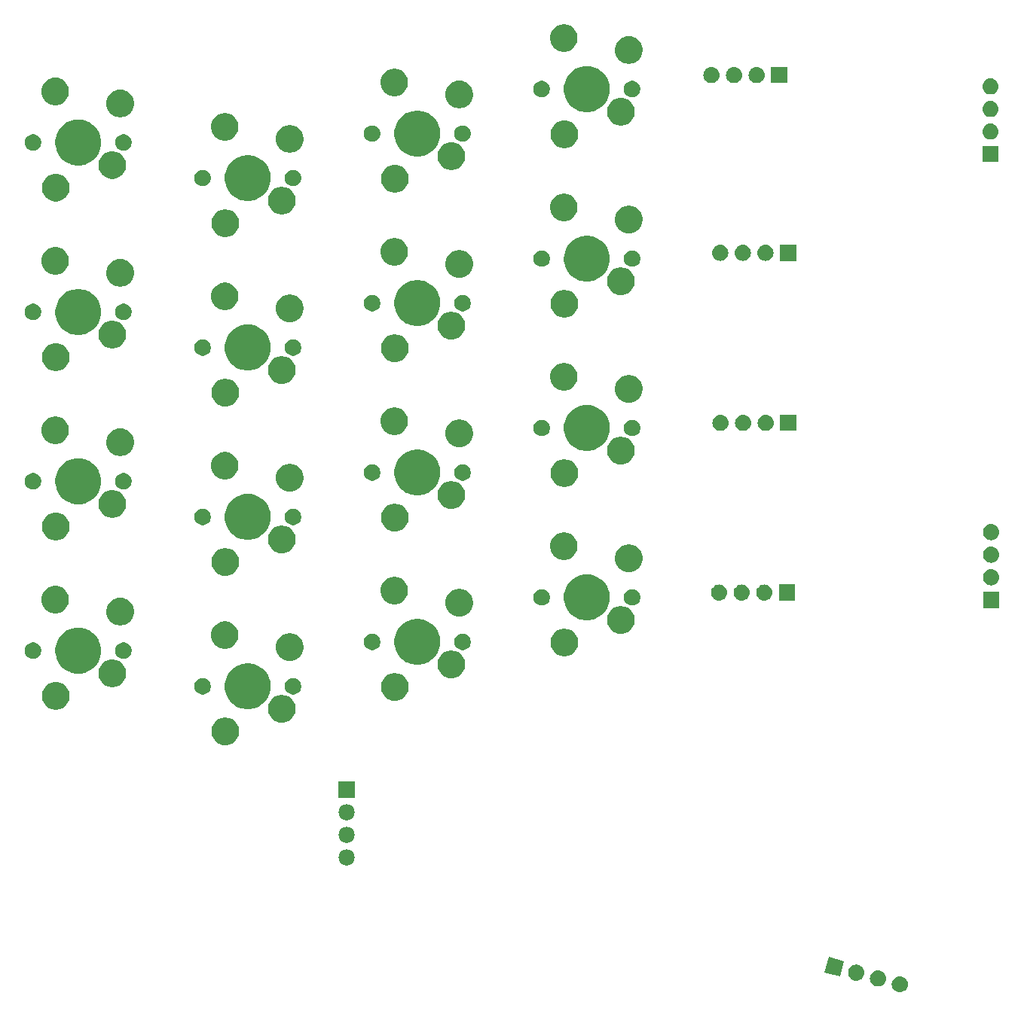
<source format=gbr>
G04 #@! TF.GenerationSoftware,KiCad,Pcbnew,(5.1.4)-1*
G04 #@! TF.CreationDate,2023-09-09T05:25:23-04:00*
G04 #@! TF.ProjectId,ThumbsUp,5468756d-6273-4557-902e-6b696361645f,rev?*
G04 #@! TF.SameCoordinates,Original*
G04 #@! TF.FileFunction,Soldermask,Top*
G04 #@! TF.FilePolarity,Negative*
%FSLAX46Y46*%
G04 Gerber Fmt 4.6, Leading zero omitted, Abs format (unit mm)*
G04 Created by KiCad (PCBNEW (5.1.4)-1) date 2023-09-09 05:25:23*
%MOMM*%
%LPD*%
G04 APERTURE LIST*
%ADD10C,0.100000*%
G04 APERTURE END LIST*
D10*
G36*
X116333588Y-599570672D02*
G01*
X116399772Y-599577190D01*
X116569611Y-599628710D01*
X116726136Y-599712375D01*
X116761874Y-599741705D01*
X116863331Y-599824967D01*
X116946593Y-599926424D01*
X116975923Y-599962162D01*
X117059588Y-600118687D01*
X117111108Y-600288526D01*
X117128504Y-600465153D01*
X117111108Y-600641780D01*
X117059588Y-600811619D01*
X116975923Y-600968144D01*
X116946593Y-601003882D01*
X116863331Y-601105339D01*
X116761874Y-601188601D01*
X116726136Y-601217931D01*
X116569611Y-601301596D01*
X116399772Y-601353116D01*
X116333588Y-601359634D01*
X116267405Y-601366153D01*
X116178885Y-601366153D01*
X116112702Y-601359634D01*
X116046518Y-601353116D01*
X115876679Y-601301596D01*
X115720154Y-601217931D01*
X115684416Y-601188601D01*
X115582959Y-601105339D01*
X115499697Y-601003882D01*
X115470367Y-600968144D01*
X115386702Y-600811619D01*
X115335182Y-600641780D01*
X115317786Y-600465153D01*
X115335182Y-600288526D01*
X115386702Y-600118687D01*
X115470367Y-599962162D01*
X115499697Y-599926424D01*
X115582959Y-599824967D01*
X115684416Y-599741705D01*
X115720154Y-599712375D01*
X115876679Y-599628710D01*
X116046518Y-599577190D01*
X116112702Y-599570672D01*
X116178885Y-599564153D01*
X116267405Y-599564153D01*
X116333588Y-599570672D01*
X116333588Y-599570672D01*
G37*
G36*
X113880136Y-598913272D02*
G01*
X113946320Y-598919790D01*
X114116159Y-598971310D01*
X114272684Y-599054975D01*
X114308422Y-599084305D01*
X114409879Y-599167567D01*
X114493141Y-599269024D01*
X114522471Y-599304762D01*
X114606136Y-599461287D01*
X114657656Y-599631126D01*
X114675052Y-599807753D01*
X114657656Y-599984380D01*
X114606136Y-600154219D01*
X114522471Y-600310744D01*
X114493141Y-600346482D01*
X114409879Y-600447939D01*
X114308422Y-600531201D01*
X114272684Y-600560531D01*
X114116159Y-600644196D01*
X113946320Y-600695716D01*
X113880135Y-600702235D01*
X113813953Y-600708753D01*
X113725433Y-600708753D01*
X113659251Y-600702235D01*
X113593066Y-600695716D01*
X113423227Y-600644196D01*
X113266702Y-600560531D01*
X113230964Y-600531201D01*
X113129507Y-600447939D01*
X113046245Y-600346482D01*
X113016915Y-600310744D01*
X112933250Y-600154219D01*
X112881730Y-599984380D01*
X112864334Y-599807753D01*
X112881730Y-599631126D01*
X112933250Y-599461287D01*
X113016915Y-599304762D01*
X113046245Y-599269024D01*
X113129507Y-599167567D01*
X113230964Y-599084305D01*
X113266702Y-599054975D01*
X113423227Y-598971310D01*
X113593066Y-598919790D01*
X113659250Y-598913272D01*
X113725433Y-598906753D01*
X113813953Y-598906753D01*
X113880136Y-598913272D01*
X113880136Y-598913272D01*
G37*
G36*
X111426685Y-598255871D02*
G01*
X111492869Y-598262389D01*
X111662708Y-598313909D01*
X111819233Y-598397574D01*
X111854971Y-598426904D01*
X111956428Y-598510166D01*
X112039690Y-598611623D01*
X112069020Y-598647361D01*
X112152685Y-598803886D01*
X112204205Y-598973725D01*
X112221601Y-599150352D01*
X112204205Y-599326979D01*
X112152685Y-599496818D01*
X112069020Y-599653343D01*
X112039690Y-599689081D01*
X111956428Y-599790538D01*
X111854971Y-599873800D01*
X111819233Y-599903130D01*
X111662708Y-599986795D01*
X111492869Y-600038315D01*
X111426685Y-600044833D01*
X111360502Y-600051352D01*
X111271982Y-600051352D01*
X111205799Y-600044833D01*
X111139615Y-600038315D01*
X110969776Y-599986795D01*
X110813251Y-599903130D01*
X110777513Y-599873800D01*
X110676056Y-599790538D01*
X110592794Y-599689081D01*
X110563464Y-599653343D01*
X110479799Y-599496818D01*
X110428279Y-599326979D01*
X110410883Y-599150352D01*
X110428279Y-598973725D01*
X110479799Y-598803886D01*
X110563464Y-598647361D01*
X110592794Y-598611623D01*
X110676056Y-598510166D01*
X110777513Y-598426904D01*
X110813251Y-598397574D01*
X110969776Y-598313909D01*
X111139615Y-598262389D01*
X111205799Y-598255871D01*
X111271982Y-598249352D01*
X111360502Y-598249352D01*
X111426685Y-598255871D01*
X111426685Y-598255871D01*
G37*
G36*
X109966285Y-597855849D02*
G01*
X109499893Y-599596447D01*
X107759295Y-599130055D01*
X108225687Y-597389457D01*
X109966285Y-597855849D01*
X109966285Y-597855849D01*
G37*
G36*
X54173232Y-585298471D02*
G01*
X54239416Y-585304989D01*
X54409255Y-585356509D01*
X54565780Y-585440174D01*
X54601518Y-585469504D01*
X54702975Y-585552766D01*
X54786237Y-585654223D01*
X54815567Y-585689961D01*
X54899232Y-585846486D01*
X54950752Y-586016325D01*
X54968148Y-586192952D01*
X54950752Y-586369579D01*
X54899232Y-586539418D01*
X54815567Y-586695943D01*
X54786237Y-586731681D01*
X54702975Y-586833138D01*
X54601518Y-586916400D01*
X54565780Y-586945730D01*
X54409255Y-587029395D01*
X54239416Y-587080915D01*
X54173231Y-587087434D01*
X54107049Y-587093952D01*
X54018529Y-587093952D01*
X53952347Y-587087434D01*
X53886162Y-587080915D01*
X53716323Y-587029395D01*
X53559798Y-586945730D01*
X53524060Y-586916400D01*
X53422603Y-586833138D01*
X53339341Y-586731681D01*
X53310011Y-586695943D01*
X53226346Y-586539418D01*
X53174826Y-586369579D01*
X53157430Y-586192952D01*
X53174826Y-586016325D01*
X53226346Y-585846486D01*
X53310011Y-585689961D01*
X53339341Y-585654223D01*
X53422603Y-585552766D01*
X53524060Y-585469504D01*
X53559798Y-585440174D01*
X53716323Y-585356509D01*
X53886162Y-585304989D01*
X53952346Y-585298471D01*
X54018529Y-585291952D01*
X54107049Y-585291952D01*
X54173232Y-585298471D01*
X54173232Y-585298471D01*
G37*
G36*
X54173231Y-582758470D02*
G01*
X54239416Y-582764989D01*
X54409255Y-582816509D01*
X54565780Y-582900174D01*
X54601518Y-582929504D01*
X54702975Y-583012766D01*
X54786237Y-583114223D01*
X54815567Y-583149961D01*
X54899232Y-583306486D01*
X54950752Y-583476325D01*
X54968148Y-583652952D01*
X54950752Y-583829579D01*
X54899232Y-583999418D01*
X54815567Y-584155943D01*
X54786237Y-584191681D01*
X54702975Y-584293138D01*
X54601518Y-584376400D01*
X54565780Y-584405730D01*
X54409255Y-584489395D01*
X54239416Y-584540915D01*
X54173232Y-584547433D01*
X54107049Y-584553952D01*
X54018529Y-584553952D01*
X53952346Y-584547433D01*
X53886162Y-584540915D01*
X53716323Y-584489395D01*
X53559798Y-584405730D01*
X53524060Y-584376400D01*
X53422603Y-584293138D01*
X53339341Y-584191681D01*
X53310011Y-584155943D01*
X53226346Y-583999418D01*
X53174826Y-583829579D01*
X53157430Y-583652952D01*
X53174826Y-583476325D01*
X53226346Y-583306486D01*
X53310011Y-583149961D01*
X53339341Y-583114223D01*
X53422603Y-583012766D01*
X53524060Y-582929504D01*
X53559798Y-582900174D01*
X53716323Y-582816509D01*
X53886162Y-582764989D01*
X53952347Y-582758470D01*
X54018529Y-582751952D01*
X54107049Y-582751952D01*
X54173231Y-582758470D01*
X54173231Y-582758470D01*
G37*
G36*
X54173231Y-580218470D02*
G01*
X54239416Y-580224989D01*
X54409255Y-580276509D01*
X54565780Y-580360174D01*
X54601518Y-580389504D01*
X54702975Y-580472766D01*
X54786237Y-580574223D01*
X54815567Y-580609961D01*
X54899232Y-580766486D01*
X54950752Y-580936325D01*
X54968148Y-581112952D01*
X54950752Y-581289579D01*
X54899232Y-581459418D01*
X54815567Y-581615943D01*
X54786237Y-581651681D01*
X54702975Y-581753138D01*
X54601518Y-581836400D01*
X54565780Y-581865730D01*
X54409255Y-581949395D01*
X54239416Y-582000915D01*
X54173231Y-582007434D01*
X54107049Y-582013952D01*
X54018529Y-582013952D01*
X53952347Y-582007434D01*
X53886162Y-582000915D01*
X53716323Y-581949395D01*
X53559798Y-581865730D01*
X53524060Y-581836400D01*
X53422603Y-581753138D01*
X53339341Y-581651681D01*
X53310011Y-581615943D01*
X53226346Y-581459418D01*
X53174826Y-581289579D01*
X53157430Y-581112952D01*
X53174826Y-580936325D01*
X53226346Y-580766486D01*
X53310011Y-580609961D01*
X53339341Y-580574223D01*
X53422603Y-580472766D01*
X53524060Y-580389504D01*
X53559798Y-580360174D01*
X53716323Y-580276509D01*
X53886162Y-580224989D01*
X53952347Y-580218470D01*
X54018529Y-580211952D01*
X54107049Y-580211952D01*
X54173231Y-580218470D01*
X54173231Y-580218470D01*
G37*
G36*
X54963789Y-579473952D02*
G01*
X53161789Y-579473952D01*
X53161789Y-577671952D01*
X54963789Y-577671952D01*
X54963789Y-579473952D01*
X54963789Y-579473952D01*
G37*
G36*
X40725374Y-570501754D02*
G01*
X40875199Y-570531556D01*
X41157463Y-570648473D01*
X41411494Y-570818211D01*
X41627530Y-571034247D01*
X41797268Y-571288278D01*
X41914185Y-571570542D01*
X41973789Y-571870192D01*
X41973789Y-572175712D01*
X41914185Y-572475362D01*
X41797268Y-572757626D01*
X41627530Y-573011657D01*
X41411494Y-573227693D01*
X41157463Y-573397431D01*
X40875199Y-573514348D01*
X40725374Y-573544150D01*
X40575550Y-573573952D01*
X40270028Y-573573952D01*
X40120204Y-573544150D01*
X39970379Y-573514348D01*
X39688115Y-573397431D01*
X39434084Y-573227693D01*
X39218048Y-573011657D01*
X39048310Y-572757626D01*
X38931393Y-572475362D01*
X38871789Y-572175712D01*
X38871789Y-571870192D01*
X38931393Y-571570542D01*
X39048310Y-571288278D01*
X39218048Y-571034247D01*
X39434084Y-570818211D01*
X39688115Y-570648473D01*
X39970379Y-570531556D01*
X40120204Y-570501754D01*
X40270028Y-570471952D01*
X40575550Y-570471952D01*
X40725374Y-570501754D01*
X40725374Y-570501754D01*
G37*
G36*
X47075374Y-567961754D02*
G01*
X47225199Y-567991556D01*
X47507463Y-568108473D01*
X47761494Y-568278211D01*
X47977530Y-568494247D01*
X48147268Y-568748278D01*
X48264185Y-569030542D01*
X48323789Y-569330192D01*
X48323789Y-569635712D01*
X48264185Y-569935362D01*
X48147268Y-570217626D01*
X47977530Y-570471657D01*
X47761494Y-570687693D01*
X47507463Y-570857431D01*
X47225199Y-570974348D01*
X47075374Y-571004150D01*
X46925550Y-571033952D01*
X46620028Y-571033952D01*
X46470204Y-571004150D01*
X46320379Y-570974348D01*
X46038115Y-570857431D01*
X45784084Y-570687693D01*
X45568048Y-570471657D01*
X45398310Y-570217626D01*
X45281393Y-569935362D01*
X45221789Y-569635712D01*
X45221789Y-569330192D01*
X45281393Y-569030542D01*
X45398310Y-568748278D01*
X45568048Y-568494247D01*
X45784084Y-568278211D01*
X46038115Y-568108473D01*
X46320379Y-567991556D01*
X46470204Y-567961754D01*
X46620028Y-567931952D01*
X46925550Y-567931952D01*
X47075374Y-567961754D01*
X47075374Y-567961754D01*
G37*
G36*
X21675374Y-566501754D02*
G01*
X21825199Y-566531556D01*
X22107463Y-566648473D01*
X22361494Y-566818211D01*
X22577530Y-567034247D01*
X22747268Y-567288278D01*
X22864185Y-567570542D01*
X22893987Y-567720367D01*
X22923543Y-567868952D01*
X22923789Y-567870192D01*
X22923789Y-568175712D01*
X22864185Y-568475362D01*
X22747268Y-568757626D01*
X22577530Y-569011657D01*
X22361494Y-569227693D01*
X22107463Y-569397431D01*
X21825199Y-569514348D01*
X21675374Y-569544150D01*
X21525550Y-569573952D01*
X21220028Y-569573952D01*
X21070204Y-569544150D01*
X20920379Y-569514348D01*
X20638115Y-569397431D01*
X20384084Y-569227693D01*
X20168048Y-569011657D01*
X19998310Y-568757626D01*
X19881393Y-568475362D01*
X19821789Y-568175712D01*
X19821789Y-567870192D01*
X19822036Y-567868952D01*
X19851591Y-567720367D01*
X19881393Y-567570542D01*
X19998310Y-567288278D01*
X20168048Y-567034247D01*
X20384084Y-566818211D01*
X20638115Y-566648473D01*
X20920379Y-566531556D01*
X21070204Y-566501754D01*
X21220028Y-566471952D01*
X21525550Y-566471952D01*
X21675374Y-566501754D01*
X21675374Y-566501754D01*
G37*
G36*
X43465341Y-564416449D02*
G01*
X43714180Y-564465946D01*
X43842147Y-564518952D01*
X44182981Y-564660130D01*
X44604893Y-564942042D01*
X44963699Y-565300848D01*
X45245611Y-565722760D01*
X45349822Y-565974348D01*
X45439795Y-566191561D01*
X45471840Y-566352661D01*
X45538482Y-566687692D01*
X45538789Y-566689238D01*
X45538789Y-567196666D01*
X45439795Y-567694343D01*
X45382209Y-567833367D01*
X45245611Y-568163144D01*
X44963699Y-568585056D01*
X44604893Y-568943862D01*
X44182981Y-569225774D01*
X43930896Y-569330191D01*
X43714180Y-569419958D01*
X43465341Y-569469455D01*
X43216504Y-569518952D01*
X42709074Y-569518952D01*
X42460237Y-569469455D01*
X42211398Y-569419958D01*
X41994682Y-569330191D01*
X41742597Y-569225774D01*
X41320685Y-568943862D01*
X40961879Y-568585056D01*
X40679967Y-568163144D01*
X40543369Y-567833367D01*
X40485783Y-567694343D01*
X40386789Y-567196666D01*
X40386789Y-566689238D01*
X40387097Y-566687692D01*
X40453738Y-566352661D01*
X40485783Y-566191561D01*
X40575756Y-565974348D01*
X40679967Y-565722760D01*
X40961879Y-565300848D01*
X41320685Y-564942042D01*
X41742597Y-564660130D01*
X42083431Y-564518952D01*
X42211398Y-564465946D01*
X42460237Y-564416449D01*
X42709074Y-564366952D01*
X43216504Y-564366952D01*
X43465341Y-564416449D01*
X43465341Y-564416449D01*
G37*
G36*
X59775375Y-565501754D02*
G01*
X59925200Y-565531556D01*
X60207464Y-565648473D01*
X60461495Y-565818211D01*
X60677531Y-566034247D01*
X60847269Y-566288278D01*
X60964186Y-566570542D01*
X60964186Y-566570543D01*
X61020122Y-566851749D01*
X61023790Y-566870192D01*
X61023790Y-567175712D01*
X60964186Y-567475362D01*
X60847269Y-567757626D01*
X60677531Y-568011657D01*
X60461495Y-568227693D01*
X60207464Y-568397431D01*
X59925200Y-568514348D01*
X59775375Y-568544150D01*
X59625551Y-568573952D01*
X59320029Y-568573952D01*
X59170205Y-568544150D01*
X59020380Y-568514348D01*
X58738116Y-568397431D01*
X58484085Y-568227693D01*
X58268049Y-568011657D01*
X58098311Y-567757626D01*
X57981394Y-567475362D01*
X57921790Y-567175712D01*
X57921790Y-566870192D01*
X57925459Y-566851749D01*
X57981394Y-566570543D01*
X57981394Y-566570542D01*
X58098311Y-566288278D01*
X58268049Y-566034247D01*
X58484085Y-565818211D01*
X58738116Y-565648473D01*
X59020380Y-565531556D01*
X59170205Y-565501754D01*
X59320029Y-565471952D01*
X59625551Y-565471952D01*
X59775375Y-565501754D01*
X59775375Y-565501754D01*
G37*
G36*
X48312893Y-566052537D02*
G01*
X48481415Y-566122341D01*
X48633080Y-566223680D01*
X48762061Y-566352661D01*
X48863400Y-566504326D01*
X48933204Y-566672848D01*
X48968789Y-566851749D01*
X48968789Y-567034155D01*
X48933204Y-567213056D01*
X48863400Y-567381578D01*
X48762061Y-567533243D01*
X48633080Y-567662224D01*
X48481415Y-567763563D01*
X48312893Y-567833367D01*
X48133992Y-567868952D01*
X47951586Y-567868952D01*
X47772685Y-567833367D01*
X47604163Y-567763563D01*
X47452498Y-567662224D01*
X47323517Y-567533243D01*
X47222178Y-567381578D01*
X47152374Y-567213056D01*
X47116789Y-567034155D01*
X47116789Y-566851749D01*
X47152374Y-566672848D01*
X47222178Y-566504326D01*
X47323517Y-566352661D01*
X47452498Y-566223680D01*
X47604163Y-566122341D01*
X47772685Y-566052537D01*
X47951586Y-566016952D01*
X48133992Y-566016952D01*
X48312893Y-566052537D01*
X48312893Y-566052537D01*
G37*
G36*
X38152893Y-566052537D02*
G01*
X38321415Y-566122341D01*
X38473080Y-566223680D01*
X38602061Y-566352661D01*
X38703400Y-566504326D01*
X38773204Y-566672848D01*
X38808789Y-566851749D01*
X38808789Y-567034155D01*
X38773204Y-567213056D01*
X38703400Y-567381578D01*
X38602061Y-567533243D01*
X38473080Y-567662224D01*
X38321415Y-567763563D01*
X38152893Y-567833367D01*
X37973992Y-567868952D01*
X37791586Y-567868952D01*
X37612685Y-567833367D01*
X37444163Y-567763563D01*
X37292498Y-567662224D01*
X37163517Y-567533243D01*
X37062178Y-567381578D01*
X36992374Y-567213056D01*
X36956789Y-567034155D01*
X36956789Y-566851749D01*
X36992374Y-566672848D01*
X37062178Y-566504326D01*
X37163517Y-566352661D01*
X37292498Y-566223680D01*
X37444163Y-566122341D01*
X37612685Y-566052537D01*
X37791586Y-566016952D01*
X37973992Y-566016952D01*
X38152893Y-566052537D01*
X38152893Y-566052537D01*
G37*
G36*
X27935425Y-563943862D02*
G01*
X28175199Y-563991556D01*
X28457463Y-564108473D01*
X28711494Y-564278211D01*
X28927530Y-564494247D01*
X29097268Y-564748278D01*
X29214185Y-565030542D01*
X29273789Y-565330192D01*
X29273789Y-565635712D01*
X29214185Y-565935362D01*
X29097268Y-566217626D01*
X28927530Y-566471657D01*
X28711494Y-566687693D01*
X28457463Y-566857431D01*
X28175199Y-566974348D01*
X28025374Y-567004150D01*
X27875550Y-567033952D01*
X27570028Y-567033952D01*
X27420204Y-567004150D01*
X27270379Y-566974348D01*
X26988115Y-566857431D01*
X26734084Y-566687693D01*
X26518048Y-566471657D01*
X26348310Y-566217626D01*
X26231393Y-565935362D01*
X26171789Y-565635712D01*
X26171789Y-565330192D01*
X26231393Y-565030542D01*
X26348310Y-564748278D01*
X26518048Y-564494247D01*
X26734084Y-564278211D01*
X26988115Y-564108473D01*
X27270379Y-563991556D01*
X27510153Y-563943862D01*
X27570028Y-563931952D01*
X27875550Y-563931952D01*
X27935425Y-563943862D01*
X27935425Y-563943862D01*
G37*
G36*
X66125375Y-562961754D02*
G01*
X66275200Y-562991556D01*
X66557464Y-563108473D01*
X66811495Y-563278211D01*
X67027531Y-563494247D01*
X67197269Y-563748278D01*
X67314186Y-564030542D01*
X67373790Y-564330192D01*
X67373790Y-564635712D01*
X67314186Y-564935362D01*
X67197269Y-565217626D01*
X67027531Y-565471657D01*
X66811495Y-565687693D01*
X66557464Y-565857431D01*
X66275200Y-565974348D01*
X66125375Y-566004150D01*
X65975551Y-566033952D01*
X65670029Y-566033952D01*
X65520205Y-566004150D01*
X65370380Y-565974348D01*
X65088116Y-565857431D01*
X64834085Y-565687693D01*
X64618049Y-565471657D01*
X64448311Y-565217626D01*
X64331394Y-564935362D01*
X64271790Y-564635712D01*
X64271790Y-564330192D01*
X64331394Y-564030542D01*
X64448311Y-563748278D01*
X64618049Y-563494247D01*
X64834085Y-563278211D01*
X65088116Y-563108473D01*
X65370380Y-562991556D01*
X65520205Y-562961754D01*
X65670029Y-562931952D01*
X65975551Y-562931952D01*
X66125375Y-562961754D01*
X66125375Y-562961754D01*
G37*
G36*
X24664180Y-560465946D02*
G01*
X24822576Y-560531556D01*
X25132981Y-560660130D01*
X25554893Y-560942042D01*
X25913699Y-561300848D01*
X26195611Y-561722760D01*
X26249040Y-561851749D01*
X26389795Y-562191561D01*
X26396184Y-562223680D01*
X26488789Y-562689237D01*
X26488789Y-563196667D01*
X26472685Y-563277626D01*
X26389795Y-563694343D01*
X26332209Y-563833367D01*
X26195611Y-564163144D01*
X25913699Y-564585056D01*
X25554893Y-564943862D01*
X25132981Y-565225774D01*
X24951736Y-565300848D01*
X24664180Y-565419958D01*
X24166504Y-565518952D01*
X23659074Y-565518952D01*
X23161398Y-565419958D01*
X22873842Y-565300848D01*
X22692597Y-565225774D01*
X22270685Y-564943862D01*
X21911879Y-564585056D01*
X21629967Y-564163144D01*
X21493369Y-563833367D01*
X21435783Y-563694343D01*
X21352893Y-563277626D01*
X21336789Y-563196667D01*
X21336789Y-562689237D01*
X21429394Y-562223680D01*
X21435783Y-562191561D01*
X21576538Y-561851749D01*
X21629967Y-561722760D01*
X21911879Y-561300848D01*
X22270685Y-560942042D01*
X22692597Y-560660130D01*
X23003002Y-560531556D01*
X23161398Y-560465946D01*
X23659074Y-560366952D01*
X24166504Y-560366952D01*
X24664180Y-560465946D01*
X24664180Y-560465946D01*
G37*
G36*
X62515342Y-559416449D02*
G01*
X62764181Y-559465946D01*
X62892148Y-559518952D01*
X63232982Y-559660130D01*
X63654894Y-559942042D01*
X64013700Y-560300848D01*
X64295612Y-560722760D01*
X64399823Y-560974348D01*
X64489796Y-561191561D01*
X64520459Y-561345713D01*
X64588790Y-561689237D01*
X64588790Y-562196667D01*
X64548803Y-562397693D01*
X64489796Y-562694343D01*
X64432210Y-562833367D01*
X64295612Y-563163144D01*
X64013700Y-563585056D01*
X63654894Y-563943862D01*
X63232982Y-564225774D01*
X63106385Y-564278212D01*
X62764181Y-564419958D01*
X62532983Y-564465946D01*
X62266505Y-564518952D01*
X61759075Y-564518952D01*
X61492597Y-564465946D01*
X61261399Y-564419958D01*
X60919195Y-564278212D01*
X60792598Y-564225774D01*
X60370686Y-563943862D01*
X60011880Y-563585056D01*
X59729968Y-563163144D01*
X59593370Y-562833367D01*
X59535784Y-562694343D01*
X59476777Y-562397693D01*
X59436790Y-562196667D01*
X59436790Y-561689237D01*
X59505121Y-561345713D01*
X59535784Y-561191561D01*
X59625757Y-560974348D01*
X59729968Y-560722760D01*
X60011880Y-560300848D01*
X60370686Y-559942042D01*
X60792598Y-559660130D01*
X61133432Y-559518952D01*
X61261399Y-559465946D01*
X61510238Y-559416449D01*
X61759075Y-559366952D01*
X62266505Y-559366952D01*
X62515342Y-559416449D01*
X62515342Y-559416449D01*
G37*
G36*
X47941233Y-561016952D02*
G01*
X48115199Y-561051556D01*
X48397463Y-561168473D01*
X48651494Y-561338211D01*
X48867530Y-561554247D01*
X49037268Y-561808278D01*
X49154185Y-562090542D01*
X49180668Y-562223680D01*
X49213789Y-562390191D01*
X49213789Y-562695713D01*
X49201474Y-562757624D01*
X49154185Y-562995362D01*
X49037268Y-563277626D01*
X48867530Y-563531657D01*
X48651494Y-563747693D01*
X48397463Y-563917431D01*
X48115199Y-564034348D01*
X47965374Y-564064150D01*
X47815550Y-564093952D01*
X47510028Y-564093952D01*
X47360204Y-564064150D01*
X47210379Y-564034348D01*
X46928115Y-563917431D01*
X46674084Y-563747693D01*
X46458048Y-563531657D01*
X46288310Y-563277626D01*
X46171393Y-562995362D01*
X46124104Y-562757624D01*
X46111789Y-562695713D01*
X46111789Y-562390191D01*
X46144910Y-562223680D01*
X46171393Y-562090542D01*
X46288310Y-561808278D01*
X46458048Y-561554247D01*
X46674084Y-561338211D01*
X46928115Y-561168473D01*
X47210379Y-561051556D01*
X47384345Y-561016952D01*
X47510028Y-560991952D01*
X47815550Y-560991952D01*
X47941233Y-561016952D01*
X47941233Y-561016952D01*
G37*
G36*
X19102893Y-562052537D02*
G01*
X19271415Y-562122341D01*
X19423080Y-562223680D01*
X19552061Y-562352661D01*
X19653400Y-562504326D01*
X19723204Y-562672848D01*
X19758789Y-562851749D01*
X19758789Y-563034155D01*
X19723204Y-563213056D01*
X19653400Y-563381578D01*
X19552061Y-563533243D01*
X19423080Y-563662224D01*
X19271415Y-563763563D01*
X19102893Y-563833367D01*
X18923992Y-563868952D01*
X18741586Y-563868952D01*
X18562685Y-563833367D01*
X18394163Y-563763563D01*
X18242498Y-563662224D01*
X18113517Y-563533243D01*
X18012178Y-563381578D01*
X17942374Y-563213056D01*
X17906789Y-563034155D01*
X17906789Y-562851749D01*
X17942374Y-562672848D01*
X18012178Y-562504326D01*
X18113517Y-562352661D01*
X18242498Y-562223680D01*
X18394163Y-562122341D01*
X18562685Y-562052537D01*
X18741586Y-562016952D01*
X18923992Y-562016952D01*
X19102893Y-562052537D01*
X19102893Y-562052537D01*
G37*
G36*
X29262893Y-562052537D02*
G01*
X29431415Y-562122341D01*
X29583080Y-562223680D01*
X29712061Y-562352661D01*
X29813400Y-562504326D01*
X29883204Y-562672848D01*
X29918789Y-562851749D01*
X29918789Y-563034155D01*
X29883204Y-563213056D01*
X29813400Y-563381578D01*
X29712061Y-563533243D01*
X29583080Y-563662224D01*
X29431415Y-563763563D01*
X29262893Y-563833367D01*
X29083992Y-563868952D01*
X28901586Y-563868952D01*
X28722685Y-563833367D01*
X28554163Y-563763563D01*
X28402498Y-563662224D01*
X28273517Y-563533243D01*
X28172178Y-563381578D01*
X28102374Y-563213056D01*
X28066789Y-563034155D01*
X28066789Y-562851749D01*
X28102374Y-562672848D01*
X28172178Y-562504326D01*
X28273517Y-562352661D01*
X28402498Y-562223680D01*
X28554163Y-562122341D01*
X28722685Y-562052537D01*
X28901586Y-562016952D01*
X29083992Y-562016952D01*
X29262893Y-562052537D01*
X29262893Y-562052537D01*
G37*
G36*
X78825374Y-560501754D02*
G01*
X78975199Y-560531556D01*
X79257463Y-560648473D01*
X79511494Y-560818211D01*
X79727530Y-561034247D01*
X79897268Y-561288278D01*
X80014185Y-561570542D01*
X80014185Y-561570543D01*
X80073789Y-561870191D01*
X80073789Y-562175713D01*
X80043987Y-562325537D01*
X80014185Y-562475362D01*
X79897268Y-562757626D01*
X79727530Y-563011657D01*
X79511494Y-563227693D01*
X79257463Y-563397431D01*
X78975199Y-563514348D01*
X78880212Y-563533242D01*
X78675550Y-563573952D01*
X78370028Y-563573952D01*
X78165366Y-563533242D01*
X78070379Y-563514348D01*
X77788115Y-563397431D01*
X77534084Y-563227693D01*
X77318048Y-563011657D01*
X77148310Y-562757626D01*
X77031393Y-562475362D01*
X77001591Y-562325537D01*
X76971789Y-562175713D01*
X76971789Y-561870191D01*
X77031393Y-561570543D01*
X77031393Y-561570542D01*
X77148310Y-561288278D01*
X77318048Y-561034247D01*
X77534084Y-560818211D01*
X77788115Y-560648473D01*
X78070379Y-560531556D01*
X78220204Y-560501754D01*
X78370028Y-560471952D01*
X78675550Y-560471952D01*
X78825374Y-560501754D01*
X78825374Y-560501754D01*
G37*
G36*
X67362894Y-561052537D02*
G01*
X67531416Y-561122341D01*
X67683081Y-561223680D01*
X67812062Y-561352661D01*
X67913401Y-561504326D01*
X67983205Y-561672848D01*
X68018790Y-561851749D01*
X68018790Y-562034155D01*
X67983205Y-562213056D01*
X67913401Y-562381578D01*
X67812062Y-562533243D01*
X67683081Y-562662224D01*
X67531416Y-562763563D01*
X67362894Y-562833367D01*
X67183993Y-562868952D01*
X67001587Y-562868952D01*
X66822686Y-562833367D01*
X66654164Y-562763563D01*
X66502499Y-562662224D01*
X66373518Y-562533243D01*
X66272179Y-562381578D01*
X66202375Y-562213056D01*
X66166790Y-562034155D01*
X66166790Y-561851749D01*
X66202375Y-561672848D01*
X66272179Y-561504326D01*
X66373518Y-561352661D01*
X66502499Y-561223680D01*
X66654164Y-561122341D01*
X66822686Y-561052537D01*
X67001587Y-561016952D01*
X67183993Y-561016952D01*
X67362894Y-561052537D01*
X67362894Y-561052537D01*
G37*
G36*
X57202894Y-561052537D02*
G01*
X57371416Y-561122341D01*
X57523081Y-561223680D01*
X57652062Y-561352661D01*
X57753401Y-561504326D01*
X57823205Y-561672848D01*
X57858790Y-561851749D01*
X57858790Y-562034155D01*
X57823205Y-562213056D01*
X57753401Y-562381578D01*
X57652062Y-562533243D01*
X57523081Y-562662224D01*
X57371416Y-562763563D01*
X57202894Y-562833367D01*
X57023993Y-562868952D01*
X56841587Y-562868952D01*
X56662686Y-562833367D01*
X56494164Y-562763563D01*
X56342499Y-562662224D01*
X56213518Y-562533243D01*
X56112179Y-562381578D01*
X56042375Y-562213056D01*
X56006790Y-562034155D01*
X56006790Y-561851749D01*
X56042375Y-561672848D01*
X56112179Y-561504326D01*
X56213518Y-561352661D01*
X56342499Y-561223680D01*
X56494164Y-561122341D01*
X56662686Y-561052537D01*
X56841587Y-561016952D01*
X57023993Y-561016952D01*
X57202894Y-561052537D01*
X57202894Y-561052537D01*
G37*
G36*
X40665374Y-559671754D02*
G01*
X40815199Y-559701556D01*
X41097463Y-559818473D01*
X41351494Y-559988211D01*
X41567530Y-560204247D01*
X41737268Y-560458278D01*
X41854185Y-560740542D01*
X41877436Y-560857431D01*
X41912607Y-561034247D01*
X41913789Y-561040192D01*
X41913789Y-561345712D01*
X41854185Y-561645362D01*
X41737268Y-561927626D01*
X41567530Y-562181657D01*
X41351494Y-562397693D01*
X41097463Y-562567431D01*
X40815199Y-562684348D01*
X40758068Y-562695712D01*
X40515550Y-562743952D01*
X40210028Y-562743952D01*
X39967510Y-562695712D01*
X39910379Y-562684348D01*
X39628115Y-562567431D01*
X39374084Y-562397693D01*
X39158048Y-562181657D01*
X38988310Y-561927626D01*
X38871393Y-561645362D01*
X38811789Y-561345712D01*
X38811789Y-561040192D01*
X38812972Y-561034247D01*
X38848142Y-560857431D01*
X38871393Y-560740542D01*
X38988310Y-560458278D01*
X39158048Y-560204247D01*
X39374084Y-559988211D01*
X39628115Y-559818473D01*
X39910379Y-559701556D01*
X40060204Y-559671754D01*
X40210028Y-559641952D01*
X40515550Y-559641952D01*
X40665374Y-559671754D01*
X40665374Y-559671754D01*
G37*
G36*
X85175374Y-557961754D02*
G01*
X85325199Y-557991556D01*
X85607463Y-558108473D01*
X85861494Y-558278211D01*
X86077530Y-558494247D01*
X86247268Y-558748278D01*
X86364185Y-559030542D01*
X86423789Y-559330192D01*
X86423789Y-559635712D01*
X86364185Y-559935362D01*
X86247268Y-560217626D01*
X86077530Y-560471657D01*
X85861494Y-560687693D01*
X85607463Y-560857431D01*
X85325199Y-560974348D01*
X85175374Y-561004150D01*
X85025550Y-561033952D01*
X84720028Y-561033952D01*
X84570204Y-561004150D01*
X84420379Y-560974348D01*
X84138115Y-560857431D01*
X83884084Y-560687693D01*
X83668048Y-560471657D01*
X83498310Y-560217626D01*
X83381393Y-559935362D01*
X83321789Y-559635712D01*
X83321789Y-559330192D01*
X83381393Y-559030542D01*
X83498310Y-558748278D01*
X83668048Y-558494247D01*
X83884084Y-558278211D01*
X84138115Y-558108473D01*
X84420379Y-557991556D01*
X84570204Y-557961754D01*
X84720028Y-557931952D01*
X85025550Y-557931952D01*
X85175374Y-557961754D01*
X85175374Y-557961754D01*
G37*
G36*
X28915374Y-557021754D02*
G01*
X29065199Y-557051556D01*
X29347463Y-557168473D01*
X29601494Y-557338211D01*
X29817530Y-557554247D01*
X29987268Y-557808278D01*
X30064760Y-557995362D01*
X30104185Y-558090543D01*
X30163789Y-558390191D01*
X30163789Y-558695713D01*
X30153450Y-558747692D01*
X30104185Y-558995362D01*
X29987268Y-559277626D01*
X29817530Y-559531657D01*
X29601494Y-559747693D01*
X29347463Y-559917431D01*
X29065199Y-560034348D01*
X28915374Y-560064150D01*
X28765550Y-560093952D01*
X28460028Y-560093952D01*
X28310204Y-560064150D01*
X28160379Y-560034348D01*
X27878115Y-559917431D01*
X27624084Y-559747693D01*
X27408048Y-559531657D01*
X27238310Y-559277626D01*
X27121393Y-558995362D01*
X27072128Y-558747692D01*
X27061789Y-558695713D01*
X27061789Y-558390191D01*
X27121393Y-558090543D01*
X27160818Y-557995362D01*
X27238310Y-557808278D01*
X27408048Y-557554247D01*
X27624084Y-557338211D01*
X27878115Y-557168473D01*
X28160379Y-557051556D01*
X28310204Y-557021754D01*
X28460028Y-556991952D01*
X28765550Y-556991952D01*
X28915374Y-557021754D01*
X28915374Y-557021754D01*
G37*
G36*
X81814180Y-554465946D02*
G01*
X81954218Y-554523952D01*
X82282981Y-554660130D01*
X82704893Y-554942042D01*
X83063699Y-555300848D01*
X83345611Y-555722760D01*
X83455564Y-555988211D01*
X83539795Y-556191561D01*
X83570458Y-556345713D01*
X83638789Y-556689237D01*
X83638789Y-557196667D01*
X83598802Y-557397693D01*
X83539795Y-557694343D01*
X83482209Y-557833367D01*
X83345611Y-558163144D01*
X83063699Y-558585056D01*
X82704893Y-558943862D01*
X82282981Y-559225774D01*
X82030896Y-559330191D01*
X81814180Y-559419958D01*
X81582982Y-559465946D01*
X81316504Y-559518952D01*
X80809074Y-559518952D01*
X80542596Y-559465946D01*
X80311398Y-559419958D01*
X80094682Y-559330191D01*
X79842597Y-559225774D01*
X79420685Y-558943862D01*
X79061879Y-558585056D01*
X78779967Y-558163144D01*
X78643369Y-557833367D01*
X78585783Y-557694343D01*
X78526776Y-557397693D01*
X78486789Y-557196667D01*
X78486789Y-556689237D01*
X78555120Y-556345713D01*
X78585783Y-556191561D01*
X78670014Y-555988211D01*
X78779967Y-555722760D01*
X79061879Y-555300848D01*
X79420685Y-554942042D01*
X79842597Y-554660130D01*
X80171360Y-554523952D01*
X80311398Y-554465946D01*
X80809074Y-554366952D01*
X81316504Y-554366952D01*
X81814180Y-554465946D01*
X81814180Y-554465946D01*
G37*
G36*
X66991234Y-556016952D02*
G01*
X67165200Y-556051556D01*
X67447464Y-556168473D01*
X67701495Y-556338211D01*
X67917531Y-556554247D01*
X68087269Y-556808278D01*
X68204186Y-557090542D01*
X68233401Y-557237414D01*
X68263790Y-557390191D01*
X68263790Y-557695713D01*
X68250294Y-557763563D01*
X68204186Y-557995362D01*
X68087269Y-558277626D01*
X67917531Y-558531657D01*
X67701495Y-558747693D01*
X67447464Y-558917431D01*
X67165200Y-559034348D01*
X67015375Y-559064150D01*
X66865551Y-559093952D01*
X66560029Y-559093952D01*
X66410205Y-559064150D01*
X66260380Y-559034348D01*
X65978116Y-558917431D01*
X65724085Y-558747693D01*
X65508049Y-558531657D01*
X65338311Y-558277626D01*
X65221394Y-557995362D01*
X65175286Y-557763563D01*
X65161790Y-557695713D01*
X65161790Y-557390191D01*
X65192179Y-557237414D01*
X65221394Y-557090542D01*
X65338311Y-556808278D01*
X65508049Y-556554247D01*
X65724085Y-556338211D01*
X65978116Y-556168473D01*
X66260380Y-556051556D01*
X66434346Y-556016952D01*
X66560029Y-555991952D01*
X66865551Y-555991952D01*
X66991234Y-556016952D01*
X66991234Y-556016952D01*
G37*
G36*
X21496925Y-555648193D02*
G01*
X21765199Y-555701556D01*
X22047463Y-555818473D01*
X22301494Y-555988211D01*
X22517530Y-556204247D01*
X22687268Y-556458278D01*
X22804185Y-556740542D01*
X22817659Y-556808280D01*
X22863789Y-557040191D01*
X22863789Y-557345713D01*
X22853450Y-557397692D01*
X22804185Y-557645362D01*
X22687268Y-557927626D01*
X22517530Y-558181657D01*
X22301494Y-558397693D01*
X22047463Y-558567431D01*
X21765199Y-558684348D01*
X21708068Y-558695712D01*
X21465550Y-558743952D01*
X21160028Y-558743952D01*
X20917510Y-558695712D01*
X20860379Y-558684348D01*
X20578115Y-558567431D01*
X20324084Y-558397693D01*
X20108048Y-558181657D01*
X19938310Y-557927626D01*
X19821393Y-557645362D01*
X19772128Y-557397692D01*
X19761789Y-557345713D01*
X19761789Y-557040191D01*
X19807919Y-556808280D01*
X19821393Y-556740542D01*
X19938310Y-556458278D01*
X20108048Y-556204247D01*
X20324084Y-555988211D01*
X20578115Y-555818473D01*
X20860379Y-555701556D01*
X21128653Y-555648193D01*
X21160028Y-555641952D01*
X21465550Y-555641952D01*
X21496925Y-555648193D01*
X21496925Y-555648193D01*
G37*
G36*
X127371599Y-558125893D02*
G01*
X125569599Y-558125893D01*
X125569599Y-556323893D01*
X127371599Y-556323893D01*
X127371599Y-558125893D01*
X127371599Y-558125893D01*
G37*
G36*
X76252893Y-556052537D02*
G01*
X76421415Y-556122341D01*
X76573080Y-556223680D01*
X76702061Y-556352661D01*
X76803400Y-556504326D01*
X76873204Y-556672848D01*
X76908789Y-556851749D01*
X76908789Y-557034155D01*
X76873204Y-557213056D01*
X76803400Y-557381578D01*
X76702061Y-557533243D01*
X76573080Y-557662224D01*
X76421415Y-557763563D01*
X76252893Y-557833367D01*
X76073992Y-557868952D01*
X75891586Y-557868952D01*
X75712685Y-557833367D01*
X75544163Y-557763563D01*
X75392498Y-557662224D01*
X75263517Y-557533243D01*
X75162178Y-557381578D01*
X75092374Y-557213056D01*
X75056789Y-557034155D01*
X75056789Y-556851749D01*
X75092374Y-556672848D01*
X75162178Y-556504326D01*
X75263517Y-556352661D01*
X75392498Y-556223680D01*
X75544163Y-556122341D01*
X75712685Y-556052537D01*
X75891586Y-556016952D01*
X76073992Y-556016952D01*
X76252893Y-556052537D01*
X76252893Y-556052537D01*
G37*
G36*
X86412893Y-556052537D02*
G01*
X86581415Y-556122341D01*
X86733080Y-556223680D01*
X86862061Y-556352661D01*
X86963400Y-556504326D01*
X87033204Y-556672848D01*
X87068789Y-556851749D01*
X87068789Y-557034155D01*
X87033204Y-557213056D01*
X86963400Y-557381578D01*
X86862061Y-557533243D01*
X86733080Y-557662224D01*
X86581415Y-557763563D01*
X86412893Y-557833367D01*
X86233992Y-557868952D01*
X86051586Y-557868952D01*
X85872685Y-557833367D01*
X85704163Y-557763563D01*
X85552498Y-557662224D01*
X85423517Y-557533243D01*
X85322178Y-557381578D01*
X85252374Y-557213056D01*
X85216789Y-557034155D01*
X85216789Y-556851749D01*
X85252374Y-556672848D01*
X85322178Y-556504326D01*
X85423517Y-556352661D01*
X85552498Y-556223680D01*
X85704163Y-556122341D01*
X85872685Y-556052537D01*
X86051586Y-556016952D01*
X86233992Y-556016952D01*
X86412893Y-556052537D01*
X86412893Y-556052537D01*
G37*
G36*
X59715375Y-554671754D02*
G01*
X59865200Y-554701556D01*
X60147464Y-554818473D01*
X60401495Y-554988211D01*
X60617531Y-555204247D01*
X60787269Y-555458278D01*
X60896820Y-555722759D01*
X60904186Y-555740543D01*
X60954195Y-555991952D01*
X60963790Y-556040192D01*
X60963790Y-556345712D01*
X60904186Y-556645362D01*
X60787269Y-556927626D01*
X60617531Y-557181657D01*
X60401495Y-557397693D01*
X60147464Y-557567431D01*
X59865200Y-557684348D01*
X59808069Y-557695712D01*
X59565551Y-557743952D01*
X59260029Y-557743952D01*
X59017511Y-557695712D01*
X58960380Y-557684348D01*
X58678116Y-557567431D01*
X58424085Y-557397693D01*
X58208049Y-557181657D01*
X58038311Y-556927626D01*
X57921394Y-556645362D01*
X57861790Y-556345712D01*
X57861790Y-556040192D01*
X57871386Y-555991952D01*
X57921394Y-555740543D01*
X57928760Y-555722759D01*
X58038311Y-555458278D01*
X58208049Y-555204247D01*
X58424085Y-554988211D01*
X58678116Y-554818473D01*
X58960380Y-554701556D01*
X59110205Y-554671754D01*
X59260029Y-554641952D01*
X59565551Y-554641952D01*
X59715375Y-554671754D01*
X59715375Y-554671754D01*
G37*
G36*
X104427974Y-557301972D02*
G01*
X102625974Y-557301972D01*
X102625974Y-555499972D01*
X104427974Y-555499972D01*
X104427974Y-557301972D01*
X104427974Y-557301972D01*
G37*
G36*
X101097416Y-555506490D02*
G01*
X101163601Y-555513009D01*
X101333440Y-555564529D01*
X101489965Y-555648194D01*
X101525703Y-555677524D01*
X101627160Y-555760786D01*
X101710422Y-555862243D01*
X101739752Y-555897981D01*
X101823417Y-556054506D01*
X101874937Y-556224345D01*
X101892333Y-556400972D01*
X101874937Y-556577599D01*
X101823417Y-556747438D01*
X101739752Y-556903963D01*
X101720334Y-556927624D01*
X101627160Y-557041158D01*
X101525703Y-557124420D01*
X101489965Y-557153750D01*
X101333440Y-557237415D01*
X101163601Y-557288935D01*
X101097416Y-557295454D01*
X101031234Y-557301972D01*
X100942714Y-557301972D01*
X100876532Y-557295454D01*
X100810347Y-557288935D01*
X100640508Y-557237415D01*
X100483983Y-557153750D01*
X100448245Y-557124420D01*
X100346788Y-557041158D01*
X100253614Y-556927624D01*
X100234196Y-556903963D01*
X100150531Y-556747438D01*
X100099011Y-556577599D01*
X100081615Y-556400972D01*
X100099011Y-556224345D01*
X100150531Y-556054506D01*
X100234196Y-555897981D01*
X100263526Y-555862243D01*
X100346788Y-555760786D01*
X100448245Y-555677524D01*
X100483983Y-555648194D01*
X100640508Y-555564529D01*
X100810347Y-555513009D01*
X100876532Y-555506490D01*
X100942714Y-555499972D01*
X101031234Y-555499972D01*
X101097416Y-555506490D01*
X101097416Y-555506490D01*
G37*
G36*
X98557416Y-555506490D02*
G01*
X98623601Y-555513009D01*
X98793440Y-555564529D01*
X98949965Y-555648194D01*
X98985703Y-555677524D01*
X99087160Y-555760786D01*
X99170422Y-555862243D01*
X99199752Y-555897981D01*
X99283417Y-556054506D01*
X99334937Y-556224345D01*
X99352333Y-556400972D01*
X99334937Y-556577599D01*
X99283417Y-556747438D01*
X99199752Y-556903963D01*
X99180334Y-556927624D01*
X99087160Y-557041158D01*
X98985703Y-557124420D01*
X98949965Y-557153750D01*
X98793440Y-557237415D01*
X98623601Y-557288935D01*
X98557416Y-557295454D01*
X98491234Y-557301972D01*
X98402714Y-557301972D01*
X98336532Y-557295454D01*
X98270347Y-557288935D01*
X98100508Y-557237415D01*
X97943983Y-557153750D01*
X97908245Y-557124420D01*
X97806788Y-557041158D01*
X97713614Y-556927624D01*
X97694196Y-556903963D01*
X97610531Y-556747438D01*
X97559011Y-556577599D01*
X97541615Y-556400972D01*
X97559011Y-556224345D01*
X97610531Y-556054506D01*
X97694196Y-555897981D01*
X97723526Y-555862243D01*
X97806788Y-555760786D01*
X97908245Y-555677524D01*
X97943983Y-555648194D01*
X98100508Y-555564529D01*
X98270347Y-555513009D01*
X98336532Y-555506490D01*
X98402714Y-555499972D01*
X98491234Y-555499972D01*
X98557416Y-555506490D01*
X98557416Y-555506490D01*
G37*
G36*
X96017416Y-555506490D02*
G01*
X96083601Y-555513009D01*
X96253440Y-555564529D01*
X96409965Y-555648194D01*
X96445703Y-555677524D01*
X96547160Y-555760786D01*
X96630422Y-555862243D01*
X96659752Y-555897981D01*
X96743417Y-556054506D01*
X96794937Y-556224345D01*
X96812333Y-556400972D01*
X96794937Y-556577599D01*
X96743417Y-556747438D01*
X96659752Y-556903963D01*
X96640334Y-556927624D01*
X96547160Y-557041158D01*
X96445703Y-557124420D01*
X96409965Y-557153750D01*
X96253440Y-557237415D01*
X96083601Y-557288935D01*
X96017416Y-557295454D01*
X95951234Y-557301972D01*
X95862714Y-557301972D01*
X95796532Y-557295454D01*
X95730347Y-557288935D01*
X95560508Y-557237415D01*
X95403983Y-557153750D01*
X95368245Y-557124420D01*
X95266788Y-557041158D01*
X95173614Y-556927624D01*
X95154196Y-556903963D01*
X95070531Y-556747438D01*
X95019011Y-556577599D01*
X95001615Y-556400972D01*
X95019011Y-556224345D01*
X95070531Y-556054506D01*
X95154196Y-555897981D01*
X95183526Y-555862243D01*
X95266788Y-555760786D01*
X95368245Y-555677524D01*
X95403983Y-555648194D01*
X95560508Y-555564529D01*
X95730347Y-555513009D01*
X95796532Y-555506490D01*
X95862714Y-555499972D01*
X95951234Y-555499972D01*
X96017416Y-555506490D01*
X96017416Y-555506490D01*
G37*
G36*
X126581042Y-553790412D02*
G01*
X126647226Y-553796930D01*
X126817065Y-553848450D01*
X126973590Y-553932115D01*
X127009328Y-553961445D01*
X127110785Y-554044707D01*
X127194047Y-554146164D01*
X127223377Y-554181902D01*
X127307042Y-554338427D01*
X127358562Y-554508266D01*
X127375958Y-554684893D01*
X127358562Y-554861520D01*
X127307042Y-555031359D01*
X127223377Y-555187884D01*
X127209948Y-555204247D01*
X127110785Y-555325079D01*
X127009328Y-555408341D01*
X126973590Y-555437671D01*
X126817065Y-555521336D01*
X126647226Y-555572856D01*
X126581041Y-555579375D01*
X126514859Y-555585893D01*
X126426339Y-555585893D01*
X126360157Y-555579375D01*
X126293972Y-555572856D01*
X126124133Y-555521336D01*
X125967608Y-555437671D01*
X125931870Y-555408341D01*
X125830413Y-555325079D01*
X125731250Y-555204247D01*
X125717821Y-555187884D01*
X125634156Y-555031359D01*
X125582636Y-554861520D01*
X125565240Y-554684893D01*
X125582636Y-554508266D01*
X125634156Y-554338427D01*
X125717821Y-554181902D01*
X125747151Y-554146164D01*
X125830413Y-554044707D01*
X125931870Y-553961445D01*
X125967608Y-553932115D01*
X126124133Y-553848450D01*
X126293972Y-553796930D01*
X126360156Y-553790412D01*
X126426339Y-553783893D01*
X126514859Y-553783893D01*
X126581042Y-553790412D01*
X126581042Y-553790412D01*
G37*
G36*
X40725375Y-551451754D02*
G01*
X40875200Y-551481556D01*
X41157464Y-551598473D01*
X41411495Y-551768211D01*
X41627531Y-551984247D01*
X41797269Y-552238278D01*
X41914186Y-552520542D01*
X41914186Y-552520543D01*
X41966806Y-552785078D01*
X41973790Y-552820192D01*
X41973790Y-553125712D01*
X41914186Y-553425362D01*
X41797269Y-553707626D01*
X41627531Y-553961657D01*
X41411495Y-554177693D01*
X41157464Y-554347431D01*
X40875200Y-554464348D01*
X40725375Y-554494150D01*
X40575551Y-554523952D01*
X40270029Y-554523952D01*
X40120205Y-554494150D01*
X39970380Y-554464348D01*
X39688116Y-554347431D01*
X39434085Y-554177693D01*
X39218049Y-553961657D01*
X39048311Y-553707626D01*
X38931394Y-553425362D01*
X38871790Y-553125712D01*
X38871790Y-552820192D01*
X38878775Y-552785078D01*
X38931394Y-552520543D01*
X38931394Y-552520542D01*
X39048311Y-552238278D01*
X39218049Y-551984247D01*
X39434085Y-551768211D01*
X39688116Y-551598473D01*
X39970380Y-551481556D01*
X40120205Y-551451754D01*
X40270029Y-551421952D01*
X40575551Y-551421952D01*
X40725375Y-551451754D01*
X40725375Y-551451754D01*
G37*
G36*
X86065374Y-551021754D02*
G01*
X86215199Y-551051556D01*
X86497463Y-551168473D01*
X86751494Y-551338211D01*
X86967530Y-551554247D01*
X87137268Y-551808278D01*
X87254185Y-552090542D01*
X87254185Y-552090543D01*
X87313789Y-552390191D01*
X87313789Y-552695713D01*
X87296013Y-552785078D01*
X87254185Y-552995362D01*
X87137268Y-553277626D01*
X86967530Y-553531657D01*
X86751494Y-553747693D01*
X86497463Y-553917431D01*
X86215199Y-554034348D01*
X86065374Y-554064150D01*
X85915550Y-554093952D01*
X85610028Y-554093952D01*
X85460204Y-554064150D01*
X85310379Y-554034348D01*
X85028115Y-553917431D01*
X84774084Y-553747693D01*
X84558048Y-553531657D01*
X84388310Y-553277626D01*
X84271393Y-552995362D01*
X84229565Y-552785078D01*
X84211789Y-552695713D01*
X84211789Y-552390191D01*
X84271393Y-552090543D01*
X84271393Y-552090542D01*
X84388310Y-551808278D01*
X84558048Y-551554247D01*
X84774084Y-551338211D01*
X85028115Y-551168473D01*
X85310379Y-551051556D01*
X85460204Y-551021754D01*
X85610028Y-550991952D01*
X85915550Y-550991952D01*
X86065374Y-551021754D01*
X86065374Y-551021754D01*
G37*
G36*
X126581041Y-551250411D02*
G01*
X126647226Y-551256930D01*
X126817065Y-551308450D01*
X126817067Y-551308451D01*
X126872745Y-551338212D01*
X126973590Y-551392115D01*
X127009328Y-551421445D01*
X127110785Y-551504707D01*
X127194047Y-551606164D01*
X127223377Y-551641902D01*
X127307042Y-551798427D01*
X127358562Y-551968266D01*
X127375958Y-552144893D01*
X127358562Y-552321520D01*
X127307042Y-552491359D01*
X127223377Y-552647884D01*
X127194047Y-552683622D01*
X127110785Y-552785079D01*
X127009328Y-552868341D01*
X126973590Y-552897671D01*
X126817065Y-552981336D01*
X126647226Y-553032856D01*
X126581041Y-553039375D01*
X126514859Y-553045893D01*
X126426339Y-553045893D01*
X126360157Y-553039375D01*
X126293972Y-553032856D01*
X126124133Y-552981336D01*
X125967608Y-552897671D01*
X125931870Y-552868341D01*
X125830413Y-552785079D01*
X125747151Y-552683622D01*
X125717821Y-552647884D01*
X125634156Y-552491359D01*
X125582636Y-552321520D01*
X125565240Y-552144893D01*
X125582636Y-551968266D01*
X125634156Y-551798427D01*
X125717821Y-551641902D01*
X125747151Y-551606164D01*
X125830413Y-551504707D01*
X125931870Y-551421445D01*
X125967608Y-551392115D01*
X126068453Y-551338212D01*
X126124131Y-551308451D01*
X126124133Y-551308450D01*
X126293972Y-551256930D01*
X126360157Y-551250411D01*
X126426339Y-551243893D01*
X126514859Y-551243893D01*
X126581041Y-551250411D01*
X126581041Y-551250411D01*
G37*
G36*
X78765374Y-549671754D02*
G01*
X78915199Y-549701556D01*
X79197463Y-549818473D01*
X79451494Y-549988211D01*
X79667530Y-550204247D01*
X79837268Y-550458278D01*
X79954185Y-550740542D01*
X79954185Y-550740543D01*
X80004194Y-550991952D01*
X80013789Y-551040192D01*
X80013789Y-551345712D01*
X79954185Y-551645362D01*
X79837268Y-551927626D01*
X79667530Y-552181657D01*
X79451494Y-552397693D01*
X79197463Y-552567431D01*
X78915199Y-552684348D01*
X78858068Y-552695712D01*
X78615550Y-552743952D01*
X78310028Y-552743952D01*
X78067510Y-552695712D01*
X78010379Y-552684348D01*
X77728115Y-552567431D01*
X77474084Y-552397693D01*
X77258048Y-552181657D01*
X77088310Y-551927626D01*
X76971393Y-551645362D01*
X76911789Y-551345712D01*
X76911789Y-551040192D01*
X76921385Y-550991952D01*
X76971393Y-550740543D01*
X76971393Y-550740542D01*
X77088310Y-550458278D01*
X77258048Y-550204247D01*
X77474084Y-549988211D01*
X77728115Y-549818473D01*
X78010379Y-549701556D01*
X78160204Y-549671754D01*
X78310028Y-549641952D01*
X78615550Y-549641952D01*
X78765374Y-549671754D01*
X78765374Y-549671754D01*
G37*
G36*
X47075375Y-548911754D02*
G01*
X47225200Y-548941556D01*
X47507464Y-549058473D01*
X47761495Y-549228211D01*
X47977531Y-549444247D01*
X48147269Y-549698278D01*
X48264186Y-549980542D01*
X48289515Y-550107882D01*
X48316806Y-550245078D01*
X48323790Y-550280192D01*
X48323790Y-550585712D01*
X48264186Y-550885362D01*
X48147269Y-551167626D01*
X47977531Y-551421657D01*
X47761495Y-551637693D01*
X47507464Y-551807431D01*
X47225200Y-551924348D01*
X47075375Y-551954150D01*
X46925551Y-551983952D01*
X46620029Y-551983952D01*
X46470205Y-551954150D01*
X46320380Y-551924348D01*
X46038116Y-551807431D01*
X45784085Y-551637693D01*
X45568049Y-551421657D01*
X45398311Y-551167626D01*
X45281394Y-550885362D01*
X45221790Y-550585712D01*
X45221790Y-550280192D01*
X45228775Y-550245078D01*
X45256065Y-550107882D01*
X45281394Y-549980542D01*
X45398311Y-549698278D01*
X45568049Y-549444247D01*
X45784085Y-549228211D01*
X46038116Y-549058473D01*
X46320380Y-548941556D01*
X46470205Y-548911754D01*
X46620029Y-548881952D01*
X46925551Y-548881952D01*
X47075375Y-548911754D01*
X47075375Y-548911754D01*
G37*
G36*
X21675375Y-547451754D02*
G01*
X21825200Y-547481556D01*
X22107464Y-547598473D01*
X22361495Y-547768211D01*
X22577531Y-547984247D01*
X22747269Y-548238278D01*
X22864186Y-548520542D01*
X22893988Y-548670367D01*
X22923544Y-548818952D01*
X22923790Y-548820192D01*
X22923790Y-549125712D01*
X22864186Y-549425362D01*
X22747269Y-549707626D01*
X22577531Y-549961657D01*
X22361495Y-550177693D01*
X22107464Y-550347431D01*
X21825200Y-550464348D01*
X21681880Y-550492856D01*
X21525551Y-550523952D01*
X21220029Y-550523952D01*
X21063700Y-550492856D01*
X20920380Y-550464348D01*
X20638116Y-550347431D01*
X20384085Y-550177693D01*
X20168049Y-549961657D01*
X19998311Y-549707626D01*
X19881394Y-549425362D01*
X19821790Y-549125712D01*
X19821790Y-548820192D01*
X19822037Y-548818952D01*
X19851592Y-548670367D01*
X19881394Y-548520542D01*
X19998311Y-548238278D01*
X20168049Y-547984247D01*
X20384085Y-547768211D01*
X20638116Y-547598473D01*
X20920380Y-547481556D01*
X21070205Y-547451754D01*
X21220029Y-547421952D01*
X21525551Y-547421952D01*
X21675375Y-547451754D01*
X21675375Y-547451754D01*
G37*
G36*
X126581041Y-548710411D02*
G01*
X126647226Y-548716930D01*
X126817065Y-548768450D01*
X126973590Y-548852115D01*
X127009328Y-548881445D01*
X127110785Y-548964707D01*
X127194047Y-549066164D01*
X127223377Y-549101902D01*
X127307042Y-549258427D01*
X127358562Y-549428266D01*
X127375958Y-549604893D01*
X127358562Y-549781520D01*
X127307042Y-549951359D01*
X127223377Y-550107884D01*
X127194047Y-550143622D01*
X127110785Y-550245079D01*
X127009328Y-550328341D01*
X126973590Y-550357671D01*
X126817065Y-550441336D01*
X126647226Y-550492856D01*
X126581042Y-550499374D01*
X126514859Y-550505893D01*
X126426339Y-550505893D01*
X126360156Y-550499374D01*
X126293972Y-550492856D01*
X126124133Y-550441336D01*
X125967608Y-550357671D01*
X125931870Y-550328341D01*
X125830413Y-550245079D01*
X125747151Y-550143622D01*
X125717821Y-550107884D01*
X125634156Y-549951359D01*
X125582636Y-549781520D01*
X125565240Y-549604893D01*
X125582636Y-549428266D01*
X125634156Y-549258427D01*
X125717821Y-549101902D01*
X125747151Y-549066164D01*
X125830413Y-548964707D01*
X125931870Y-548881445D01*
X125967608Y-548852115D01*
X126124133Y-548768450D01*
X126293972Y-548716930D01*
X126360157Y-548710411D01*
X126426339Y-548703893D01*
X126514859Y-548703893D01*
X126581041Y-548710411D01*
X126581041Y-548710411D01*
G37*
G36*
X43714181Y-545415946D02*
G01*
X43842148Y-545468952D01*
X44182982Y-545610130D01*
X44604894Y-545892042D01*
X44963700Y-546250848D01*
X45245612Y-546672760D01*
X45349823Y-546924348D01*
X45439796Y-547141561D01*
X45471841Y-547302661D01*
X45538483Y-547637692D01*
X45538790Y-547639238D01*
X45538790Y-548146666D01*
X45439796Y-548644343D01*
X45382210Y-548783367D01*
X45245612Y-549113144D01*
X44963700Y-549535056D01*
X44604894Y-549893862D01*
X44182982Y-550175774D01*
X43930897Y-550280191D01*
X43714181Y-550369958D01*
X43465342Y-550419455D01*
X43216505Y-550468952D01*
X42709075Y-550468952D01*
X42460238Y-550419455D01*
X42211399Y-550369958D01*
X41994683Y-550280191D01*
X41742598Y-550175774D01*
X41320686Y-549893862D01*
X40961880Y-549535056D01*
X40679968Y-549113144D01*
X40543370Y-548783367D01*
X40485784Y-548644343D01*
X40386790Y-548146666D01*
X40386790Y-547639238D01*
X40387098Y-547637692D01*
X40453739Y-547302661D01*
X40485784Y-547141561D01*
X40575757Y-546924348D01*
X40679968Y-546672760D01*
X40961880Y-546250848D01*
X41320686Y-545892042D01*
X41742598Y-545610130D01*
X42083432Y-545468952D01*
X42211399Y-545415946D01*
X42709075Y-545316952D01*
X43216505Y-545316952D01*
X43714181Y-545415946D01*
X43714181Y-545415946D01*
G37*
G36*
X59775374Y-546451754D02*
G01*
X59925199Y-546481556D01*
X60207463Y-546598473D01*
X60461494Y-546768211D01*
X60677530Y-546984247D01*
X60847268Y-547238278D01*
X60964185Y-547520542D01*
X60964185Y-547520543D01*
X61020121Y-547801749D01*
X61023789Y-547820192D01*
X61023789Y-548125712D01*
X60964185Y-548425362D01*
X60847268Y-548707626D01*
X60677530Y-548961657D01*
X60461494Y-549177693D01*
X60207463Y-549347431D01*
X59925199Y-549464348D01*
X59775374Y-549494150D01*
X59625550Y-549523952D01*
X59320028Y-549523952D01*
X59170204Y-549494150D01*
X59020379Y-549464348D01*
X58738115Y-549347431D01*
X58484084Y-549177693D01*
X58268048Y-548961657D01*
X58098310Y-548707626D01*
X57981393Y-548425362D01*
X57921789Y-548125712D01*
X57921789Y-547820192D01*
X57925458Y-547801749D01*
X57981393Y-547520543D01*
X57981393Y-547520542D01*
X58098310Y-547238278D01*
X58268048Y-546984247D01*
X58484084Y-546768211D01*
X58738115Y-546598473D01*
X59020379Y-546481556D01*
X59170204Y-546451754D01*
X59320028Y-546421952D01*
X59625550Y-546421952D01*
X59775374Y-546451754D01*
X59775374Y-546451754D01*
G37*
G36*
X48312894Y-547002537D02*
G01*
X48481416Y-547072341D01*
X48633081Y-547173680D01*
X48762062Y-547302661D01*
X48863401Y-547454326D01*
X48933205Y-547622848D01*
X48968790Y-547801749D01*
X48968790Y-547984155D01*
X48933205Y-548163056D01*
X48863401Y-548331578D01*
X48762062Y-548483243D01*
X48633081Y-548612224D01*
X48481416Y-548713563D01*
X48312894Y-548783367D01*
X48133993Y-548818952D01*
X47951587Y-548818952D01*
X47772686Y-548783367D01*
X47604164Y-548713563D01*
X47452499Y-548612224D01*
X47323518Y-548483243D01*
X47222179Y-548331578D01*
X47152375Y-548163056D01*
X47116790Y-547984155D01*
X47116790Y-547801749D01*
X47152375Y-547622848D01*
X47222179Y-547454326D01*
X47323518Y-547302661D01*
X47452499Y-547173680D01*
X47604164Y-547072341D01*
X47772686Y-547002537D01*
X47951587Y-546966952D01*
X48133993Y-546966952D01*
X48312894Y-547002537D01*
X48312894Y-547002537D01*
G37*
G36*
X38152894Y-547002537D02*
G01*
X38321416Y-547072341D01*
X38473081Y-547173680D01*
X38602062Y-547302661D01*
X38703401Y-547454326D01*
X38773205Y-547622848D01*
X38808790Y-547801749D01*
X38808790Y-547984155D01*
X38773205Y-548163056D01*
X38703401Y-548331578D01*
X38602062Y-548483243D01*
X38473081Y-548612224D01*
X38321416Y-548713563D01*
X38152894Y-548783367D01*
X37973993Y-548818952D01*
X37791587Y-548818952D01*
X37612686Y-548783367D01*
X37444164Y-548713563D01*
X37292499Y-548612224D01*
X37163518Y-548483243D01*
X37062179Y-548331578D01*
X36992375Y-548163056D01*
X36956790Y-547984155D01*
X36956790Y-547801749D01*
X36992375Y-547622848D01*
X37062179Y-547454326D01*
X37163518Y-547302661D01*
X37292499Y-547173680D01*
X37444164Y-547072341D01*
X37612686Y-547002537D01*
X37791587Y-546966952D01*
X37973993Y-546966952D01*
X38152894Y-547002537D01*
X38152894Y-547002537D01*
G37*
G36*
X27935426Y-544893862D02*
G01*
X28175200Y-544941556D01*
X28457464Y-545058473D01*
X28711495Y-545228211D01*
X28927531Y-545444247D01*
X29097269Y-545698278D01*
X29214186Y-545980542D01*
X29273790Y-546280192D01*
X29273790Y-546585712D01*
X29214186Y-546885362D01*
X29097269Y-547167626D01*
X28927531Y-547421657D01*
X28711495Y-547637693D01*
X28457464Y-547807431D01*
X28175200Y-547924348D01*
X28025375Y-547954150D01*
X27875551Y-547983952D01*
X27570029Y-547983952D01*
X27420205Y-547954150D01*
X27270380Y-547924348D01*
X26988116Y-547807431D01*
X26734085Y-547637693D01*
X26518049Y-547421657D01*
X26348311Y-547167626D01*
X26231394Y-546885362D01*
X26171790Y-546585712D01*
X26171790Y-546280192D01*
X26231394Y-545980542D01*
X26348311Y-545698278D01*
X26518049Y-545444247D01*
X26734085Y-545228211D01*
X26988116Y-545058473D01*
X27270380Y-544941556D01*
X27510154Y-544893862D01*
X27570029Y-544881952D01*
X27875551Y-544881952D01*
X27935426Y-544893862D01*
X27935426Y-544893862D01*
G37*
G36*
X66125374Y-543911754D02*
G01*
X66275199Y-543941556D01*
X66557463Y-544058473D01*
X66811494Y-544228211D01*
X67027530Y-544444247D01*
X67197268Y-544698278D01*
X67314185Y-544980542D01*
X67373789Y-545280192D01*
X67373789Y-545585712D01*
X67314185Y-545885362D01*
X67197268Y-546167626D01*
X67027530Y-546421657D01*
X66811494Y-546637693D01*
X66557463Y-546807431D01*
X66275199Y-546924348D01*
X66125374Y-546954150D01*
X65975550Y-546983952D01*
X65670028Y-546983952D01*
X65520204Y-546954150D01*
X65370379Y-546924348D01*
X65088115Y-546807431D01*
X64834084Y-546637693D01*
X64618048Y-546421657D01*
X64448310Y-546167626D01*
X64331393Y-545885362D01*
X64271789Y-545585712D01*
X64271789Y-545280192D01*
X64331393Y-544980542D01*
X64448310Y-544698278D01*
X64618048Y-544444247D01*
X64834084Y-544228211D01*
X65088115Y-544058473D01*
X65370379Y-543941556D01*
X65520204Y-543911754D01*
X65670028Y-543881952D01*
X65975550Y-543881952D01*
X66125374Y-543911754D01*
X66125374Y-543911754D01*
G37*
G36*
X24664181Y-541415946D02*
G01*
X24822577Y-541481556D01*
X25132982Y-541610130D01*
X25554894Y-541892042D01*
X25913700Y-542250848D01*
X26195612Y-542672760D01*
X26249041Y-542801749D01*
X26389796Y-543141561D01*
X26396185Y-543173680D01*
X26488790Y-543639237D01*
X26488790Y-544146667D01*
X26472686Y-544227626D01*
X26389796Y-544644343D01*
X26332210Y-544783367D01*
X26195612Y-545113144D01*
X25913700Y-545535056D01*
X25554894Y-545893862D01*
X25132982Y-546175774D01*
X24951737Y-546250848D01*
X24664181Y-546369958D01*
X24166505Y-546468952D01*
X23659075Y-546468952D01*
X23161399Y-546369958D01*
X22873843Y-546250848D01*
X22692598Y-546175774D01*
X22270686Y-545893862D01*
X21911880Y-545535056D01*
X21629968Y-545113144D01*
X21493370Y-544783367D01*
X21435784Y-544644343D01*
X21352894Y-544227626D01*
X21336790Y-544146667D01*
X21336790Y-543639237D01*
X21429395Y-543173680D01*
X21435784Y-543141561D01*
X21576539Y-542801749D01*
X21629968Y-542672760D01*
X21911880Y-542250848D01*
X22270686Y-541892042D01*
X22692598Y-541610130D01*
X23003003Y-541481556D01*
X23161399Y-541415946D01*
X23659075Y-541316952D01*
X24166505Y-541316952D01*
X24664181Y-541415946D01*
X24664181Y-541415946D01*
G37*
G36*
X62515341Y-540366449D02*
G01*
X62764180Y-540415946D01*
X62892147Y-540468952D01*
X63232981Y-540610130D01*
X63654893Y-540892042D01*
X64013699Y-541250848D01*
X64295611Y-541672760D01*
X64399822Y-541924348D01*
X64489795Y-542141561D01*
X64520458Y-542295713D01*
X64588789Y-542639237D01*
X64588789Y-543146667D01*
X64548802Y-543347693D01*
X64489795Y-543644343D01*
X64432209Y-543783367D01*
X64295611Y-544113144D01*
X64013699Y-544535056D01*
X63654893Y-544893862D01*
X63232981Y-545175774D01*
X63106384Y-545228212D01*
X62764180Y-545369958D01*
X62532982Y-545415946D01*
X62266504Y-545468952D01*
X61759074Y-545468952D01*
X61492596Y-545415946D01*
X61261398Y-545369958D01*
X60919194Y-545228212D01*
X60792597Y-545175774D01*
X60370685Y-544893862D01*
X60011879Y-544535056D01*
X59729967Y-544113144D01*
X59593369Y-543783367D01*
X59535783Y-543644343D01*
X59476776Y-543347693D01*
X59436789Y-543146667D01*
X59436789Y-542639237D01*
X59505120Y-542295713D01*
X59535783Y-542141561D01*
X59625756Y-541924348D01*
X59729967Y-541672760D01*
X60011879Y-541250848D01*
X60370685Y-540892042D01*
X60792597Y-540610130D01*
X61133431Y-540468952D01*
X61261398Y-540415946D01*
X61510237Y-540366449D01*
X61759074Y-540316952D01*
X62266504Y-540316952D01*
X62515341Y-540366449D01*
X62515341Y-540366449D01*
G37*
G36*
X47941234Y-541966952D02*
G01*
X48115200Y-542001556D01*
X48397464Y-542118473D01*
X48651495Y-542288211D01*
X48867531Y-542504247D01*
X49037269Y-542758278D01*
X49154186Y-543040542D01*
X49180669Y-543173680D01*
X49213790Y-543340191D01*
X49213790Y-543645713D01*
X49201475Y-543707624D01*
X49154186Y-543945362D01*
X49037269Y-544227626D01*
X48867531Y-544481657D01*
X48651495Y-544697693D01*
X48397464Y-544867431D01*
X48115200Y-544984348D01*
X47965375Y-545014150D01*
X47815551Y-545043952D01*
X47510029Y-545043952D01*
X47360205Y-545014150D01*
X47210380Y-544984348D01*
X46928116Y-544867431D01*
X46674085Y-544697693D01*
X46458049Y-544481657D01*
X46288311Y-544227626D01*
X46171394Y-543945362D01*
X46124105Y-543707624D01*
X46111790Y-543645713D01*
X46111790Y-543340191D01*
X46144911Y-543173680D01*
X46171394Y-543040542D01*
X46288311Y-542758278D01*
X46458049Y-542504247D01*
X46674085Y-542288211D01*
X46928116Y-542118473D01*
X47210380Y-542001556D01*
X47384346Y-541966952D01*
X47510029Y-541941952D01*
X47815551Y-541941952D01*
X47941234Y-541966952D01*
X47941234Y-541966952D01*
G37*
G36*
X19102894Y-543002537D02*
G01*
X19271416Y-543072341D01*
X19423081Y-543173680D01*
X19552062Y-543302661D01*
X19653401Y-543454326D01*
X19723205Y-543622848D01*
X19758790Y-543801749D01*
X19758790Y-543984155D01*
X19723205Y-544163056D01*
X19653401Y-544331578D01*
X19552062Y-544483243D01*
X19423081Y-544612224D01*
X19271416Y-544713563D01*
X19102894Y-544783367D01*
X18923993Y-544818952D01*
X18741587Y-544818952D01*
X18562686Y-544783367D01*
X18394164Y-544713563D01*
X18242499Y-544612224D01*
X18113518Y-544483243D01*
X18012179Y-544331578D01*
X17942375Y-544163056D01*
X17906790Y-543984155D01*
X17906790Y-543801749D01*
X17942375Y-543622848D01*
X18012179Y-543454326D01*
X18113518Y-543302661D01*
X18242499Y-543173680D01*
X18394164Y-543072341D01*
X18562686Y-543002537D01*
X18741587Y-542966952D01*
X18923993Y-542966952D01*
X19102894Y-543002537D01*
X19102894Y-543002537D01*
G37*
G36*
X29262894Y-543002537D02*
G01*
X29431416Y-543072341D01*
X29583081Y-543173680D01*
X29712062Y-543302661D01*
X29813401Y-543454326D01*
X29883205Y-543622848D01*
X29918790Y-543801749D01*
X29918790Y-543984155D01*
X29883205Y-544163056D01*
X29813401Y-544331578D01*
X29712062Y-544483243D01*
X29583081Y-544612224D01*
X29431416Y-544713563D01*
X29262894Y-544783367D01*
X29083993Y-544818952D01*
X28901587Y-544818952D01*
X28722686Y-544783367D01*
X28554164Y-544713563D01*
X28402499Y-544612224D01*
X28273518Y-544483243D01*
X28172179Y-544331578D01*
X28102375Y-544163056D01*
X28066790Y-543984155D01*
X28066790Y-543801749D01*
X28102375Y-543622848D01*
X28172179Y-543454326D01*
X28273518Y-543302661D01*
X28402499Y-543173680D01*
X28554164Y-543072341D01*
X28722686Y-543002537D01*
X28901587Y-542966952D01*
X29083993Y-542966952D01*
X29262894Y-543002537D01*
X29262894Y-543002537D01*
G37*
G36*
X78825374Y-541451754D02*
G01*
X78975199Y-541481556D01*
X79257463Y-541598473D01*
X79511494Y-541768211D01*
X79727530Y-541984247D01*
X79897268Y-542238278D01*
X80014185Y-542520542D01*
X80014185Y-542520543D01*
X80073789Y-542820191D01*
X80073789Y-543125713D01*
X80043987Y-543275537D01*
X80014185Y-543425362D01*
X79897268Y-543707626D01*
X79727530Y-543961657D01*
X79511494Y-544177693D01*
X79257463Y-544347431D01*
X78975199Y-544464348D01*
X78880212Y-544483242D01*
X78675550Y-544523952D01*
X78370028Y-544523952D01*
X78165366Y-544483242D01*
X78070379Y-544464348D01*
X77788115Y-544347431D01*
X77534084Y-544177693D01*
X77318048Y-543961657D01*
X77148310Y-543707626D01*
X77031393Y-543425362D01*
X77001591Y-543275537D01*
X76971789Y-543125713D01*
X76971789Y-542820191D01*
X77031393Y-542520543D01*
X77031393Y-542520542D01*
X77148310Y-542238278D01*
X77318048Y-541984247D01*
X77534084Y-541768211D01*
X77788115Y-541598473D01*
X78070379Y-541481556D01*
X78220204Y-541451754D01*
X78370028Y-541421952D01*
X78675550Y-541421952D01*
X78825374Y-541451754D01*
X78825374Y-541451754D01*
G37*
G36*
X57202893Y-542002537D02*
G01*
X57371415Y-542072341D01*
X57523080Y-542173680D01*
X57652061Y-542302661D01*
X57753400Y-542454326D01*
X57823204Y-542622848D01*
X57858789Y-542801749D01*
X57858789Y-542984155D01*
X57823204Y-543163056D01*
X57753400Y-543331578D01*
X57652061Y-543483243D01*
X57523080Y-543612224D01*
X57371415Y-543713563D01*
X57202893Y-543783367D01*
X57023992Y-543818952D01*
X56841586Y-543818952D01*
X56662685Y-543783367D01*
X56494163Y-543713563D01*
X56342498Y-543612224D01*
X56213517Y-543483243D01*
X56112178Y-543331578D01*
X56042374Y-543163056D01*
X56006789Y-542984155D01*
X56006789Y-542801749D01*
X56042374Y-542622848D01*
X56112178Y-542454326D01*
X56213517Y-542302661D01*
X56342498Y-542173680D01*
X56494163Y-542072341D01*
X56662685Y-542002537D01*
X56841586Y-541966952D01*
X57023992Y-541966952D01*
X57202893Y-542002537D01*
X57202893Y-542002537D01*
G37*
G36*
X67362893Y-542002537D02*
G01*
X67531415Y-542072341D01*
X67683080Y-542173680D01*
X67812061Y-542302661D01*
X67913400Y-542454326D01*
X67983204Y-542622848D01*
X68018789Y-542801749D01*
X68018789Y-542984155D01*
X67983204Y-543163056D01*
X67913400Y-543331578D01*
X67812061Y-543483243D01*
X67683080Y-543612224D01*
X67531415Y-543713563D01*
X67362893Y-543783367D01*
X67183992Y-543818952D01*
X67001586Y-543818952D01*
X66822685Y-543783367D01*
X66654163Y-543713563D01*
X66502498Y-543612224D01*
X66373517Y-543483243D01*
X66272178Y-543331578D01*
X66202374Y-543163056D01*
X66166789Y-542984155D01*
X66166789Y-542801749D01*
X66202374Y-542622848D01*
X66272178Y-542454326D01*
X66373517Y-542302661D01*
X66502498Y-542173680D01*
X66654163Y-542072341D01*
X66822685Y-542002537D01*
X67001586Y-541966952D01*
X67183992Y-541966952D01*
X67362893Y-542002537D01*
X67362893Y-542002537D01*
G37*
G36*
X40665375Y-540621754D02*
G01*
X40815200Y-540651556D01*
X41097464Y-540768473D01*
X41351495Y-540938211D01*
X41567531Y-541154247D01*
X41737269Y-541408278D01*
X41854186Y-541690542D01*
X41877437Y-541807431D01*
X41912608Y-541984247D01*
X41913790Y-541990192D01*
X41913790Y-542295712D01*
X41854186Y-542595362D01*
X41737269Y-542877626D01*
X41567531Y-543131657D01*
X41351495Y-543347693D01*
X41097464Y-543517431D01*
X40815200Y-543634348D01*
X40758069Y-543645712D01*
X40515551Y-543693952D01*
X40210029Y-543693952D01*
X39967511Y-543645712D01*
X39910380Y-543634348D01*
X39628116Y-543517431D01*
X39374085Y-543347693D01*
X39158049Y-543131657D01*
X38988311Y-542877626D01*
X38871394Y-542595362D01*
X38811790Y-542295712D01*
X38811790Y-541990192D01*
X38812973Y-541984247D01*
X38848143Y-541807431D01*
X38871394Y-541690542D01*
X38988311Y-541408278D01*
X39158049Y-541154247D01*
X39374085Y-540938211D01*
X39628116Y-540768473D01*
X39910380Y-540651556D01*
X40060205Y-540621754D01*
X40210029Y-540591952D01*
X40515551Y-540591952D01*
X40665375Y-540621754D01*
X40665375Y-540621754D01*
G37*
G36*
X85175374Y-538911754D02*
G01*
X85325199Y-538941556D01*
X85607463Y-539058473D01*
X85861494Y-539228211D01*
X86077530Y-539444247D01*
X86247268Y-539698278D01*
X86364185Y-539980542D01*
X86423789Y-540280192D01*
X86423789Y-540585712D01*
X86364185Y-540885362D01*
X86247268Y-541167626D01*
X86077530Y-541421657D01*
X85861494Y-541637693D01*
X85607463Y-541807431D01*
X85325199Y-541924348D01*
X85175374Y-541954150D01*
X85025550Y-541983952D01*
X84720028Y-541983952D01*
X84570204Y-541954150D01*
X84420379Y-541924348D01*
X84138115Y-541807431D01*
X83884084Y-541637693D01*
X83668048Y-541421657D01*
X83498310Y-541167626D01*
X83381393Y-540885362D01*
X83321789Y-540585712D01*
X83321789Y-540280192D01*
X83381393Y-539980542D01*
X83498310Y-539698278D01*
X83668048Y-539444247D01*
X83884084Y-539228211D01*
X84138115Y-539058473D01*
X84420379Y-538941556D01*
X84570204Y-538911754D01*
X84720028Y-538881952D01*
X85025550Y-538881952D01*
X85175374Y-538911754D01*
X85175374Y-538911754D01*
G37*
G36*
X28915375Y-537971754D02*
G01*
X29065200Y-538001556D01*
X29347464Y-538118473D01*
X29601495Y-538288211D01*
X29817531Y-538504247D01*
X29987269Y-538758278D01*
X30064761Y-538945362D01*
X30104186Y-539040543D01*
X30163790Y-539340191D01*
X30163790Y-539645713D01*
X30153451Y-539697692D01*
X30104186Y-539945362D01*
X29987269Y-540227626D01*
X29817531Y-540481657D01*
X29601495Y-540697693D01*
X29347464Y-540867431D01*
X29065200Y-540984348D01*
X28915375Y-541014150D01*
X28765551Y-541043952D01*
X28460029Y-541043952D01*
X28310205Y-541014150D01*
X28160380Y-540984348D01*
X27878116Y-540867431D01*
X27624085Y-540697693D01*
X27408049Y-540481657D01*
X27238311Y-540227626D01*
X27121394Y-539945362D01*
X27072129Y-539697692D01*
X27061790Y-539645713D01*
X27061790Y-539340191D01*
X27121394Y-539040543D01*
X27160819Y-538945362D01*
X27238311Y-538758278D01*
X27408049Y-538504247D01*
X27624085Y-538288211D01*
X27878116Y-538118473D01*
X28160380Y-538001556D01*
X28310205Y-537971754D01*
X28460029Y-537941952D01*
X28765551Y-537941952D01*
X28915375Y-537971754D01*
X28915375Y-537971754D01*
G37*
G36*
X81814180Y-535415946D02*
G01*
X81954218Y-535473952D01*
X82282981Y-535610130D01*
X82704893Y-535892042D01*
X83063699Y-536250848D01*
X83345611Y-536672760D01*
X83403373Y-536812211D01*
X83539795Y-537141561D01*
X83570458Y-537295713D01*
X83638789Y-537639237D01*
X83638789Y-538146667D01*
X83598802Y-538347693D01*
X83539795Y-538644343D01*
X83482209Y-538783367D01*
X83345611Y-539113144D01*
X83063699Y-539535056D01*
X82704893Y-539893862D01*
X82282981Y-540175774D01*
X82030896Y-540280191D01*
X81814180Y-540369958D01*
X81582982Y-540415946D01*
X81316504Y-540468952D01*
X80809074Y-540468952D01*
X80542596Y-540415946D01*
X80311398Y-540369958D01*
X80094682Y-540280191D01*
X79842597Y-540175774D01*
X79420685Y-539893862D01*
X79061879Y-539535056D01*
X78779967Y-539113144D01*
X78643369Y-538783367D01*
X78585783Y-538644343D01*
X78526776Y-538347693D01*
X78486789Y-538146667D01*
X78486789Y-537639237D01*
X78555120Y-537295713D01*
X78585783Y-537141561D01*
X78722205Y-536812211D01*
X78779967Y-536672760D01*
X79061879Y-536250848D01*
X79420685Y-535892042D01*
X79842597Y-535610130D01*
X80171360Y-535473952D01*
X80311398Y-535415946D01*
X80809074Y-535316952D01*
X81316504Y-535316952D01*
X81814180Y-535415946D01*
X81814180Y-535415946D01*
G37*
G36*
X67015374Y-536971754D02*
G01*
X67165199Y-537001556D01*
X67447463Y-537118473D01*
X67701494Y-537288211D01*
X67917530Y-537504247D01*
X68087268Y-537758278D01*
X68204185Y-538040542D01*
X68233987Y-538190367D01*
X68263789Y-538340191D01*
X68263789Y-538645713D01*
X68250293Y-538713563D01*
X68204185Y-538945362D01*
X68087268Y-539227626D01*
X67917530Y-539481657D01*
X67701494Y-539697693D01*
X67447463Y-539867431D01*
X67165199Y-539984348D01*
X67015374Y-540014150D01*
X66865550Y-540043952D01*
X66560028Y-540043952D01*
X66410204Y-540014150D01*
X66260379Y-539984348D01*
X65978115Y-539867431D01*
X65724084Y-539697693D01*
X65508048Y-539481657D01*
X65338310Y-539227626D01*
X65221393Y-538945362D01*
X65175285Y-538713563D01*
X65161789Y-538645713D01*
X65161789Y-538340191D01*
X65191591Y-538190367D01*
X65221393Y-538040542D01*
X65338310Y-537758278D01*
X65508048Y-537504247D01*
X65724084Y-537288211D01*
X65978115Y-537118473D01*
X66260379Y-537001556D01*
X66410204Y-536971754D01*
X66560028Y-536941952D01*
X66865550Y-536941952D01*
X67015374Y-536971754D01*
X67015374Y-536971754D01*
G37*
G36*
X21615375Y-536621754D02*
G01*
X21765200Y-536651556D01*
X22047464Y-536768473D01*
X22301495Y-536938211D01*
X22517531Y-537154247D01*
X22687269Y-537408278D01*
X22804186Y-537690542D01*
X22817660Y-537758280D01*
X22863790Y-537990191D01*
X22863790Y-538295713D01*
X22853451Y-538347692D01*
X22804186Y-538595362D01*
X22687269Y-538877626D01*
X22517531Y-539131657D01*
X22301495Y-539347693D01*
X22047464Y-539517431D01*
X21765200Y-539634348D01*
X21708069Y-539645712D01*
X21465551Y-539693952D01*
X21160029Y-539693952D01*
X20917511Y-539645712D01*
X20860380Y-539634348D01*
X20578116Y-539517431D01*
X20324085Y-539347693D01*
X20108049Y-539131657D01*
X19938311Y-538877626D01*
X19821394Y-538595362D01*
X19772129Y-538347692D01*
X19761790Y-538295713D01*
X19761790Y-537990191D01*
X19807920Y-537758280D01*
X19821394Y-537690542D01*
X19938311Y-537408278D01*
X20108049Y-537154247D01*
X20324085Y-536938211D01*
X20578116Y-536768473D01*
X20860380Y-536651556D01*
X21010205Y-536621754D01*
X21160029Y-536591952D01*
X21465551Y-536591952D01*
X21615375Y-536621754D01*
X21615375Y-536621754D01*
G37*
G36*
X86412893Y-537002537D02*
G01*
X86581415Y-537072341D01*
X86733080Y-537173680D01*
X86862061Y-537302661D01*
X86963400Y-537454326D01*
X87033204Y-537622848D01*
X87068789Y-537801749D01*
X87068789Y-537984155D01*
X87033204Y-538163056D01*
X86963400Y-538331578D01*
X86862061Y-538483243D01*
X86733080Y-538612224D01*
X86581415Y-538713563D01*
X86412893Y-538783367D01*
X86233992Y-538818952D01*
X86051586Y-538818952D01*
X85872685Y-538783367D01*
X85704163Y-538713563D01*
X85552498Y-538612224D01*
X85423517Y-538483243D01*
X85322178Y-538331578D01*
X85252374Y-538163056D01*
X85216789Y-537984155D01*
X85216789Y-537801749D01*
X85252374Y-537622848D01*
X85322178Y-537454326D01*
X85423517Y-537302661D01*
X85552498Y-537173680D01*
X85704163Y-537072341D01*
X85872685Y-537002537D01*
X86051586Y-536966952D01*
X86233992Y-536966952D01*
X86412893Y-537002537D01*
X86412893Y-537002537D01*
G37*
G36*
X76252893Y-537002537D02*
G01*
X76421415Y-537072341D01*
X76573080Y-537173680D01*
X76702061Y-537302661D01*
X76803400Y-537454326D01*
X76873204Y-537622848D01*
X76908789Y-537801749D01*
X76908789Y-537984155D01*
X76873204Y-538163056D01*
X76803400Y-538331578D01*
X76702061Y-538483243D01*
X76573080Y-538612224D01*
X76421415Y-538713563D01*
X76252893Y-538783367D01*
X76073992Y-538818952D01*
X75891586Y-538818952D01*
X75712685Y-538783367D01*
X75544163Y-538713563D01*
X75392498Y-538612224D01*
X75263517Y-538483243D01*
X75162178Y-538331578D01*
X75092374Y-538163056D01*
X75056789Y-537984155D01*
X75056789Y-537801749D01*
X75092374Y-537622848D01*
X75162178Y-537454326D01*
X75263517Y-537302661D01*
X75392498Y-537173680D01*
X75544163Y-537072341D01*
X75712685Y-537002537D01*
X75891586Y-536966952D01*
X76073992Y-536966952D01*
X76252893Y-537002537D01*
X76252893Y-537002537D01*
G37*
G36*
X59715374Y-535621754D02*
G01*
X59865199Y-535651556D01*
X60147463Y-535768473D01*
X60401494Y-535938211D01*
X60617530Y-536154247D01*
X60787268Y-536408278D01*
X60896819Y-536672759D01*
X60904185Y-536690543D01*
X60954194Y-536941952D01*
X60963789Y-536990192D01*
X60963789Y-537295712D01*
X60904185Y-537595362D01*
X60787268Y-537877626D01*
X60617530Y-538131657D01*
X60401494Y-538347693D01*
X60147463Y-538517431D01*
X59865199Y-538634348D01*
X59808068Y-538645712D01*
X59565550Y-538693952D01*
X59260028Y-538693952D01*
X59017510Y-538645712D01*
X58960379Y-538634348D01*
X58678115Y-538517431D01*
X58424084Y-538347693D01*
X58208048Y-538131657D01*
X58038310Y-537877626D01*
X57921393Y-537595362D01*
X57861789Y-537295712D01*
X57861789Y-536990192D01*
X57871385Y-536941952D01*
X57921393Y-536690543D01*
X57928759Y-536672759D01*
X58038310Y-536408278D01*
X58208048Y-536154247D01*
X58424084Y-535938211D01*
X58678115Y-535768473D01*
X58960379Y-535651556D01*
X59110204Y-535621754D01*
X59260028Y-535591952D01*
X59565550Y-535591952D01*
X59715374Y-535621754D01*
X59715374Y-535621754D01*
G37*
G36*
X96174604Y-536420721D02*
G01*
X96240788Y-536427239D01*
X96410627Y-536478759D01*
X96567152Y-536562424D01*
X96602890Y-536591754D01*
X96704347Y-536675016D01*
X96781044Y-536768473D01*
X96816939Y-536812211D01*
X96900604Y-536968736D01*
X96952124Y-537138575D01*
X96969520Y-537315202D01*
X96952124Y-537491829D01*
X96900604Y-537661668D01*
X96816939Y-537818193D01*
X96787609Y-537853931D01*
X96704347Y-537955388D01*
X96602890Y-538038650D01*
X96567152Y-538067980D01*
X96410627Y-538151645D01*
X96240788Y-538203165D01*
X96174604Y-538209683D01*
X96108421Y-538216202D01*
X96019901Y-538216202D01*
X95953718Y-538209683D01*
X95887534Y-538203165D01*
X95717695Y-538151645D01*
X95561170Y-538067980D01*
X95525432Y-538038650D01*
X95423975Y-537955388D01*
X95340713Y-537853931D01*
X95311383Y-537818193D01*
X95227718Y-537661668D01*
X95176198Y-537491829D01*
X95158802Y-537315202D01*
X95176198Y-537138575D01*
X95227718Y-536968736D01*
X95311383Y-536812211D01*
X95347278Y-536768473D01*
X95423975Y-536675016D01*
X95525432Y-536591754D01*
X95561170Y-536562424D01*
X95717695Y-536478759D01*
X95887534Y-536427239D01*
X95953718Y-536420721D01*
X96019901Y-536414202D01*
X96108421Y-536414202D01*
X96174604Y-536420721D01*
X96174604Y-536420721D01*
G37*
G36*
X98714604Y-536420721D02*
G01*
X98780788Y-536427239D01*
X98950627Y-536478759D01*
X99107152Y-536562424D01*
X99142890Y-536591754D01*
X99244347Y-536675016D01*
X99321044Y-536768473D01*
X99356939Y-536812211D01*
X99440604Y-536968736D01*
X99492124Y-537138575D01*
X99509520Y-537315202D01*
X99492124Y-537491829D01*
X99440604Y-537661668D01*
X99356939Y-537818193D01*
X99327609Y-537853931D01*
X99244347Y-537955388D01*
X99142890Y-538038650D01*
X99107152Y-538067980D01*
X98950627Y-538151645D01*
X98780788Y-538203165D01*
X98714604Y-538209683D01*
X98648421Y-538216202D01*
X98559901Y-538216202D01*
X98493718Y-538209683D01*
X98427534Y-538203165D01*
X98257695Y-538151645D01*
X98101170Y-538067980D01*
X98065432Y-538038650D01*
X97963975Y-537955388D01*
X97880713Y-537853931D01*
X97851383Y-537818193D01*
X97767718Y-537661668D01*
X97716198Y-537491829D01*
X97698802Y-537315202D01*
X97716198Y-537138575D01*
X97767718Y-536968736D01*
X97851383Y-536812211D01*
X97887278Y-536768473D01*
X97963975Y-536675016D01*
X98065432Y-536591754D01*
X98101170Y-536562424D01*
X98257695Y-536478759D01*
X98427534Y-536427239D01*
X98493718Y-536420721D01*
X98559901Y-536414202D01*
X98648421Y-536414202D01*
X98714604Y-536420721D01*
X98714604Y-536420721D01*
G37*
G36*
X104585161Y-538216202D02*
G01*
X102783161Y-538216202D01*
X102783161Y-536414202D01*
X104585161Y-536414202D01*
X104585161Y-538216202D01*
X104585161Y-538216202D01*
G37*
G36*
X101254604Y-536420721D02*
G01*
X101320788Y-536427239D01*
X101490627Y-536478759D01*
X101647152Y-536562424D01*
X101682890Y-536591754D01*
X101784347Y-536675016D01*
X101861044Y-536768473D01*
X101896939Y-536812211D01*
X101980604Y-536968736D01*
X102032124Y-537138575D01*
X102049520Y-537315202D01*
X102032124Y-537491829D01*
X101980604Y-537661668D01*
X101896939Y-537818193D01*
X101867609Y-537853931D01*
X101784347Y-537955388D01*
X101682890Y-538038650D01*
X101647152Y-538067980D01*
X101490627Y-538151645D01*
X101320788Y-538203165D01*
X101254604Y-538209683D01*
X101188421Y-538216202D01*
X101099901Y-538216202D01*
X101033718Y-538209683D01*
X100967534Y-538203165D01*
X100797695Y-538151645D01*
X100641170Y-538067980D01*
X100605432Y-538038650D01*
X100503975Y-537955388D01*
X100420713Y-537853931D01*
X100391383Y-537818193D01*
X100307718Y-537661668D01*
X100256198Y-537491829D01*
X100238802Y-537315202D01*
X100256198Y-537138575D01*
X100307718Y-536968736D01*
X100391383Y-536812211D01*
X100427278Y-536768473D01*
X100503975Y-536675016D01*
X100605432Y-536591754D01*
X100641170Y-536562424D01*
X100797695Y-536478759D01*
X100967534Y-536427239D01*
X101033718Y-536420721D01*
X101099901Y-536414202D01*
X101188421Y-536414202D01*
X101254604Y-536420721D01*
X101254604Y-536420721D01*
G37*
G36*
X40725374Y-532401754D02*
G01*
X40875199Y-532431556D01*
X41157463Y-532548473D01*
X41411494Y-532718211D01*
X41627530Y-532934247D01*
X41797268Y-533188278D01*
X41914185Y-533470542D01*
X41973789Y-533770192D01*
X41973789Y-534075712D01*
X41914185Y-534375362D01*
X41797268Y-534657626D01*
X41627530Y-534911657D01*
X41411494Y-535127693D01*
X41157463Y-535297431D01*
X40875199Y-535414348D01*
X40725374Y-535444150D01*
X40575550Y-535473952D01*
X40270028Y-535473952D01*
X40120204Y-535444150D01*
X39970379Y-535414348D01*
X39688115Y-535297431D01*
X39434084Y-535127693D01*
X39218048Y-534911657D01*
X39048310Y-534657626D01*
X38931393Y-534375362D01*
X38871789Y-534075712D01*
X38871789Y-533770192D01*
X38931393Y-533470542D01*
X39048310Y-533188278D01*
X39218048Y-532934247D01*
X39434084Y-532718211D01*
X39688115Y-532548473D01*
X39970379Y-532431556D01*
X40120204Y-532401754D01*
X40270028Y-532371952D01*
X40575550Y-532371952D01*
X40725374Y-532401754D01*
X40725374Y-532401754D01*
G37*
G36*
X86065374Y-531971754D02*
G01*
X86215199Y-532001556D01*
X86497463Y-532118473D01*
X86751494Y-532288211D01*
X86967530Y-532504247D01*
X87137268Y-532758278D01*
X87254185Y-533040542D01*
X87254185Y-533040543D01*
X87313789Y-533340191D01*
X87313789Y-533645713D01*
X87289029Y-533770191D01*
X87254185Y-533945362D01*
X87137268Y-534227626D01*
X86967530Y-534481657D01*
X86751494Y-534697693D01*
X86497463Y-534867431D01*
X86215199Y-534984348D01*
X86065374Y-535014150D01*
X85915550Y-535043952D01*
X85610028Y-535043952D01*
X85460204Y-535014150D01*
X85310379Y-534984348D01*
X85028115Y-534867431D01*
X84774084Y-534697693D01*
X84558048Y-534481657D01*
X84388310Y-534227626D01*
X84271393Y-533945362D01*
X84236549Y-533770191D01*
X84211789Y-533645713D01*
X84211789Y-533340191D01*
X84271393Y-533040543D01*
X84271393Y-533040542D01*
X84388310Y-532758278D01*
X84558048Y-532504247D01*
X84774084Y-532288211D01*
X85028115Y-532118473D01*
X85310379Y-532001556D01*
X85460204Y-531971754D01*
X85610028Y-531941952D01*
X85915550Y-531941952D01*
X86065374Y-531971754D01*
X86065374Y-531971754D01*
G37*
G36*
X78765374Y-530621754D02*
G01*
X78915199Y-530651556D01*
X79197463Y-530768473D01*
X79451494Y-530938211D01*
X79667530Y-531154247D01*
X79837268Y-531408278D01*
X79954185Y-531690542D01*
X79954185Y-531690543D01*
X80004194Y-531941952D01*
X80013789Y-531990192D01*
X80013789Y-532295712D01*
X79954185Y-532595362D01*
X79837268Y-532877626D01*
X79667530Y-533131657D01*
X79451494Y-533347693D01*
X79197463Y-533517431D01*
X78915199Y-533634348D01*
X78858068Y-533645712D01*
X78615550Y-533693952D01*
X78310028Y-533693952D01*
X78067510Y-533645712D01*
X78010379Y-533634348D01*
X77728115Y-533517431D01*
X77474084Y-533347693D01*
X77258048Y-533131657D01*
X77088310Y-532877626D01*
X76971393Y-532595362D01*
X76911789Y-532295712D01*
X76911789Y-531990192D01*
X76921385Y-531941952D01*
X76971393Y-531690543D01*
X76971393Y-531690542D01*
X77088310Y-531408278D01*
X77258048Y-531154247D01*
X77474084Y-530938211D01*
X77728115Y-530768473D01*
X78010379Y-530651556D01*
X78160204Y-530621754D01*
X78310028Y-530591952D01*
X78615550Y-530591952D01*
X78765374Y-530621754D01*
X78765374Y-530621754D01*
G37*
G36*
X47075374Y-529861754D02*
G01*
X47225199Y-529891556D01*
X47507463Y-530008473D01*
X47761494Y-530178211D01*
X47977530Y-530394247D01*
X48147268Y-530648278D01*
X48264185Y-530930542D01*
X48323789Y-531230192D01*
X48323789Y-531535712D01*
X48264185Y-531835362D01*
X48147268Y-532117626D01*
X47977530Y-532371657D01*
X47761494Y-532587693D01*
X47507463Y-532757431D01*
X47225199Y-532874348D01*
X47075374Y-532904150D01*
X46925550Y-532933952D01*
X46620028Y-532933952D01*
X46470204Y-532904150D01*
X46320379Y-532874348D01*
X46038115Y-532757431D01*
X45784084Y-532587693D01*
X45568048Y-532371657D01*
X45398310Y-532117626D01*
X45281393Y-531835362D01*
X45221789Y-531535712D01*
X45221789Y-531230192D01*
X45281393Y-530930542D01*
X45398310Y-530648278D01*
X45568048Y-530394247D01*
X45784084Y-530178211D01*
X46038115Y-530008473D01*
X46320379Y-529891556D01*
X46470204Y-529861754D01*
X46620028Y-529831952D01*
X46925550Y-529831952D01*
X47075374Y-529861754D01*
X47075374Y-529861754D01*
G37*
G36*
X21675374Y-528401755D02*
G01*
X21825199Y-528431557D01*
X22107463Y-528548474D01*
X22361494Y-528718212D01*
X22577530Y-528934248D01*
X22747268Y-529188279D01*
X22864185Y-529470543D01*
X22923789Y-529770193D01*
X22923789Y-530075713D01*
X22864185Y-530375363D01*
X22747268Y-530657627D01*
X22577530Y-530911658D01*
X22361494Y-531127694D01*
X22107463Y-531297432D01*
X21825199Y-531414349D01*
X21675374Y-531444151D01*
X21525550Y-531473953D01*
X21220028Y-531473953D01*
X21070204Y-531444151D01*
X20920379Y-531414349D01*
X20638115Y-531297432D01*
X20384084Y-531127694D01*
X20168048Y-530911658D01*
X19998310Y-530657627D01*
X19881393Y-530375363D01*
X19821789Y-530075713D01*
X19821789Y-529770193D01*
X19881393Y-529470543D01*
X19998310Y-529188279D01*
X20168048Y-528934248D01*
X20384084Y-528718212D01*
X20638115Y-528548474D01*
X20920379Y-528431557D01*
X21070204Y-528401755D01*
X21220028Y-528371953D01*
X21525550Y-528371953D01*
X21675374Y-528401755D01*
X21675374Y-528401755D01*
G37*
G36*
X43714180Y-526365946D02*
G01*
X43908364Y-526446380D01*
X44182981Y-526560130D01*
X44604893Y-526842042D01*
X44963699Y-527200848D01*
X45245611Y-527622760D01*
X45333674Y-527835363D01*
X45382210Y-527952538D01*
X45439795Y-528091562D01*
X45495510Y-528371657D01*
X45538789Y-528589238D01*
X45538789Y-529096666D01*
X45439795Y-529594343D01*
X45382209Y-529733367D01*
X45245611Y-530063144D01*
X44963699Y-530485056D01*
X44604893Y-530843862D01*
X44182981Y-531125774D01*
X43930896Y-531230191D01*
X43714180Y-531319958D01*
X43465341Y-531369455D01*
X43216504Y-531418952D01*
X42709074Y-531418952D01*
X42460237Y-531369455D01*
X42211398Y-531319958D01*
X41994682Y-531230191D01*
X41742597Y-531125774D01*
X41320685Y-530843862D01*
X40961879Y-530485056D01*
X40679967Y-530063144D01*
X40543369Y-529733367D01*
X40485783Y-529594343D01*
X40386789Y-529096666D01*
X40386789Y-528589238D01*
X40430069Y-528371657D01*
X40485783Y-528091562D01*
X40543369Y-527952538D01*
X40591904Y-527835363D01*
X40679967Y-527622760D01*
X40961879Y-527200848D01*
X41320685Y-526842042D01*
X41742597Y-526560130D01*
X42017214Y-526446380D01*
X42211398Y-526365946D01*
X42709074Y-526266952D01*
X43216504Y-526266952D01*
X43714180Y-526365946D01*
X43714180Y-526365946D01*
G37*
G36*
X59775374Y-527401755D02*
G01*
X59925199Y-527431557D01*
X60207463Y-527548474D01*
X60461494Y-527718212D01*
X60677530Y-527934248D01*
X60847268Y-528188279D01*
X60964185Y-528470543D01*
X61023789Y-528770193D01*
X61023789Y-529075713D01*
X60964185Y-529375363D01*
X60847268Y-529657627D01*
X60677530Y-529911658D01*
X60461494Y-530127694D01*
X60207463Y-530297432D01*
X59925199Y-530414349D01*
X59775374Y-530444151D01*
X59625550Y-530473953D01*
X59320028Y-530473953D01*
X59170204Y-530444151D01*
X59020379Y-530414349D01*
X58738115Y-530297432D01*
X58484084Y-530127694D01*
X58268048Y-529911658D01*
X58098310Y-529657627D01*
X57981393Y-529375363D01*
X57921789Y-529075713D01*
X57921789Y-528770193D01*
X57981393Y-528470543D01*
X58098310Y-528188279D01*
X58268048Y-527934248D01*
X58484084Y-527718212D01*
X58738115Y-527548474D01*
X59020379Y-527431557D01*
X59170204Y-527401755D01*
X59320028Y-527371953D01*
X59625550Y-527371953D01*
X59775374Y-527401755D01*
X59775374Y-527401755D01*
G37*
G36*
X38152893Y-527952537D02*
G01*
X38321415Y-528022341D01*
X38473080Y-528123680D01*
X38602061Y-528252661D01*
X38703400Y-528404326D01*
X38773204Y-528572848D01*
X38808789Y-528751749D01*
X38808789Y-528934155D01*
X38773204Y-529113056D01*
X38703400Y-529281578D01*
X38602061Y-529433243D01*
X38473080Y-529562224D01*
X38321415Y-529663563D01*
X38152893Y-529733367D01*
X37973992Y-529768952D01*
X37791586Y-529768952D01*
X37612685Y-529733367D01*
X37444163Y-529663563D01*
X37292498Y-529562224D01*
X37163517Y-529433243D01*
X37062178Y-529281578D01*
X36992374Y-529113056D01*
X36956789Y-528934155D01*
X36956789Y-528751749D01*
X36992374Y-528572848D01*
X37062178Y-528404326D01*
X37163517Y-528252661D01*
X37292498Y-528123680D01*
X37444163Y-528022341D01*
X37612685Y-527952537D01*
X37791586Y-527916952D01*
X37973992Y-527916952D01*
X38152893Y-527952537D01*
X38152893Y-527952537D01*
G37*
G36*
X48312893Y-527952537D02*
G01*
X48481415Y-528022341D01*
X48633080Y-528123680D01*
X48762061Y-528252661D01*
X48863400Y-528404326D01*
X48933204Y-528572848D01*
X48968789Y-528751749D01*
X48968789Y-528934155D01*
X48933204Y-529113056D01*
X48863400Y-529281578D01*
X48762061Y-529433243D01*
X48633080Y-529562224D01*
X48481415Y-529663563D01*
X48312893Y-529733367D01*
X48133992Y-529768952D01*
X47951586Y-529768952D01*
X47772685Y-529733367D01*
X47604163Y-529663563D01*
X47452498Y-529562224D01*
X47323517Y-529433243D01*
X47222178Y-529281578D01*
X47152374Y-529113056D01*
X47116789Y-528934155D01*
X47116789Y-528751749D01*
X47152374Y-528572848D01*
X47222178Y-528404326D01*
X47323517Y-528252661D01*
X47452498Y-528123680D01*
X47604163Y-528022341D01*
X47772685Y-527952537D01*
X47951586Y-527916952D01*
X48133992Y-527916952D01*
X48312893Y-527952537D01*
X48312893Y-527952537D01*
G37*
G36*
X27935425Y-525843863D02*
G01*
X28175199Y-525891557D01*
X28457463Y-526008474D01*
X28711494Y-526178212D01*
X28927530Y-526394248D01*
X29097268Y-526648279D01*
X29214185Y-526930543D01*
X29273789Y-527230193D01*
X29273789Y-527535713D01*
X29214185Y-527835363D01*
X29097268Y-528117627D01*
X28927530Y-528371658D01*
X28711494Y-528587694D01*
X28457463Y-528757432D01*
X28175199Y-528874349D01*
X28025374Y-528904151D01*
X27875550Y-528933953D01*
X27570028Y-528933953D01*
X27420204Y-528904151D01*
X27270379Y-528874349D01*
X26988115Y-528757432D01*
X26734084Y-528587694D01*
X26518048Y-528371658D01*
X26348310Y-528117627D01*
X26231393Y-527835363D01*
X26171789Y-527535713D01*
X26171789Y-527230193D01*
X26231393Y-526930543D01*
X26348310Y-526648279D01*
X26518048Y-526394248D01*
X26734084Y-526178212D01*
X26988115Y-526008474D01*
X27270379Y-525891557D01*
X27510153Y-525843863D01*
X27570028Y-525831953D01*
X27875550Y-525831953D01*
X27935425Y-525843863D01*
X27935425Y-525843863D01*
G37*
G36*
X66125374Y-524861755D02*
G01*
X66275199Y-524891557D01*
X66557463Y-525008474D01*
X66811494Y-525178212D01*
X67027530Y-525394248D01*
X67197268Y-525648279D01*
X67314185Y-525930543D01*
X67373789Y-526230193D01*
X67373789Y-526535713D01*
X67314185Y-526835363D01*
X67197268Y-527117627D01*
X67027530Y-527371658D01*
X66811494Y-527587694D01*
X66557463Y-527757432D01*
X66275199Y-527874349D01*
X66125374Y-527904151D01*
X65975550Y-527933953D01*
X65670028Y-527933953D01*
X65520204Y-527904151D01*
X65370379Y-527874349D01*
X65088115Y-527757432D01*
X64834084Y-527587694D01*
X64618048Y-527371658D01*
X64448310Y-527117627D01*
X64331393Y-526835363D01*
X64271789Y-526535713D01*
X64271789Y-526230193D01*
X64331393Y-525930543D01*
X64448310Y-525648279D01*
X64618048Y-525394248D01*
X64834084Y-525178212D01*
X65088115Y-525008474D01*
X65370379Y-524891557D01*
X65520204Y-524861755D01*
X65670028Y-524831953D01*
X65975550Y-524831953D01*
X66125374Y-524861755D01*
X66125374Y-524861755D01*
G37*
G36*
X24415341Y-522316450D02*
G01*
X24664180Y-522365947D01*
X24822573Y-522431556D01*
X25132981Y-522560131D01*
X25554893Y-522842043D01*
X25913699Y-523200849D01*
X26195611Y-523622761D01*
X26231033Y-523708278D01*
X26389795Y-524091562D01*
X26396184Y-524123681D01*
X26483416Y-524562224D01*
X26488789Y-524589239D01*
X26488789Y-525096667D01*
X26389795Y-525594344D01*
X26332209Y-525733368D01*
X26195611Y-526063145D01*
X25913699Y-526485057D01*
X25554893Y-526843863D01*
X25132981Y-527125775D01*
X24880896Y-527230192D01*
X24664180Y-527319959D01*
X24415341Y-527369456D01*
X24166504Y-527418953D01*
X23659074Y-527418953D01*
X23410237Y-527369456D01*
X23161398Y-527319959D01*
X22944682Y-527230192D01*
X22692597Y-527125775D01*
X22270685Y-526843863D01*
X21911879Y-526485057D01*
X21629967Y-526063145D01*
X21493369Y-525733368D01*
X21435783Y-525594344D01*
X21336789Y-525096667D01*
X21336789Y-524589239D01*
X21342163Y-524562224D01*
X21429394Y-524123681D01*
X21435783Y-524091562D01*
X21594545Y-523708278D01*
X21629967Y-523622761D01*
X21911879Y-523200849D01*
X22270685Y-522842043D01*
X22692597Y-522560131D01*
X23003005Y-522431556D01*
X23161398Y-522365947D01*
X23410237Y-522316450D01*
X23659074Y-522266953D01*
X24166504Y-522266953D01*
X24415341Y-522316450D01*
X24415341Y-522316450D01*
G37*
G36*
X62515341Y-521316450D02*
G01*
X62764180Y-521365947D01*
X62922817Y-521431657D01*
X63232981Y-521560131D01*
X63654893Y-521842043D01*
X64013699Y-522200849D01*
X64295611Y-522622761D01*
X64399822Y-522874348D01*
X64489795Y-523091562D01*
X64521840Y-523252662D01*
X64588789Y-523589238D01*
X64588789Y-524096668D01*
X64489795Y-524594344D01*
X64432209Y-524733368D01*
X64295611Y-525063145D01*
X64013699Y-525485057D01*
X63654893Y-525843863D01*
X63232981Y-526125775D01*
X63106384Y-526178213D01*
X62764180Y-526319959D01*
X62532987Y-526365946D01*
X62266504Y-526418953D01*
X61759074Y-526418953D01*
X61492591Y-526365946D01*
X61261398Y-526319959D01*
X60919194Y-526178213D01*
X60792597Y-526125775D01*
X60370685Y-525843863D01*
X60011879Y-525485057D01*
X59729967Y-525063145D01*
X59593369Y-524733368D01*
X59535783Y-524594344D01*
X59436789Y-524096668D01*
X59436789Y-523589238D01*
X59503738Y-523252662D01*
X59535783Y-523091562D01*
X59625756Y-522874348D01*
X59729967Y-522622761D01*
X60011879Y-522200849D01*
X60370685Y-521842043D01*
X60792597Y-521560131D01*
X61102761Y-521431657D01*
X61261398Y-521365947D01*
X61510237Y-521316450D01*
X61759074Y-521266953D01*
X62266504Y-521266953D01*
X62515341Y-521316450D01*
X62515341Y-521316450D01*
G37*
G36*
X47941238Y-522916953D02*
G01*
X48115199Y-522951556D01*
X48397463Y-523068473D01*
X48651494Y-523238211D01*
X48867530Y-523454247D01*
X49037268Y-523708278D01*
X49154185Y-523990542D01*
X49178555Y-524113057D01*
X49213789Y-524290191D01*
X49213789Y-524595713D01*
X49186408Y-524733367D01*
X49154185Y-524895362D01*
X49037268Y-525177626D01*
X48867530Y-525431657D01*
X48651494Y-525647693D01*
X48397463Y-525817431D01*
X48115199Y-525934348D01*
X47965374Y-525964150D01*
X47815550Y-525993952D01*
X47510028Y-525993952D01*
X47360204Y-525964150D01*
X47210379Y-525934348D01*
X46928115Y-525817431D01*
X46674084Y-525647693D01*
X46458048Y-525431657D01*
X46288310Y-525177626D01*
X46171393Y-524895362D01*
X46139170Y-524733367D01*
X46111789Y-524595713D01*
X46111789Y-524290191D01*
X46147023Y-524113057D01*
X46171393Y-523990542D01*
X46288310Y-523708278D01*
X46458048Y-523454247D01*
X46674084Y-523238211D01*
X46928115Y-523068473D01*
X47210379Y-522951556D01*
X47384340Y-522916953D01*
X47510028Y-522891952D01*
X47815550Y-522891952D01*
X47941238Y-522916953D01*
X47941238Y-522916953D01*
G37*
G36*
X19102893Y-523952538D02*
G01*
X19271415Y-524022342D01*
X19423080Y-524123681D01*
X19552061Y-524252662D01*
X19653400Y-524404327D01*
X19723204Y-524572849D01*
X19758789Y-524751750D01*
X19758789Y-524934156D01*
X19723204Y-525113057D01*
X19653400Y-525281579D01*
X19552061Y-525433244D01*
X19423080Y-525562225D01*
X19271415Y-525663564D01*
X19102893Y-525733368D01*
X18923992Y-525768953D01*
X18741586Y-525768953D01*
X18562685Y-525733368D01*
X18394163Y-525663564D01*
X18242498Y-525562225D01*
X18113517Y-525433244D01*
X18012178Y-525281579D01*
X17942374Y-525113057D01*
X17906789Y-524934156D01*
X17906789Y-524751750D01*
X17942374Y-524572849D01*
X18012178Y-524404327D01*
X18113517Y-524252662D01*
X18242498Y-524123681D01*
X18394163Y-524022342D01*
X18562685Y-523952538D01*
X18741586Y-523916953D01*
X18923992Y-523916953D01*
X19102893Y-523952538D01*
X19102893Y-523952538D01*
G37*
G36*
X29262893Y-523952538D02*
G01*
X29431415Y-524022342D01*
X29583080Y-524123681D01*
X29712061Y-524252662D01*
X29813400Y-524404327D01*
X29883204Y-524572849D01*
X29918789Y-524751750D01*
X29918789Y-524934156D01*
X29883204Y-525113057D01*
X29813400Y-525281579D01*
X29712061Y-525433244D01*
X29583080Y-525562225D01*
X29431415Y-525663564D01*
X29262893Y-525733368D01*
X29083992Y-525768953D01*
X28901586Y-525768953D01*
X28722685Y-525733368D01*
X28554163Y-525663564D01*
X28402498Y-525562225D01*
X28273517Y-525433244D01*
X28172178Y-525281579D01*
X28102374Y-525113057D01*
X28066789Y-524934156D01*
X28066789Y-524751750D01*
X28102374Y-524572849D01*
X28172178Y-524404327D01*
X28273517Y-524252662D01*
X28402498Y-524123681D01*
X28554163Y-524022342D01*
X28722685Y-523952538D01*
X28901586Y-523916953D01*
X29083992Y-523916953D01*
X29262893Y-523952538D01*
X29262893Y-523952538D01*
G37*
G36*
X78825375Y-522401754D02*
G01*
X78975200Y-522431556D01*
X79257464Y-522548473D01*
X79511495Y-522718211D01*
X79727531Y-522934247D01*
X79897269Y-523188278D01*
X80014186Y-523470542D01*
X80014186Y-523470543D01*
X80073790Y-523770191D01*
X80073790Y-524075713D01*
X80064248Y-524123682D01*
X80014186Y-524375362D01*
X79897269Y-524657626D01*
X79727531Y-524911657D01*
X79511495Y-525127693D01*
X79257464Y-525297431D01*
X78975200Y-525414348D01*
X78880208Y-525433243D01*
X78675551Y-525473952D01*
X78370029Y-525473952D01*
X78165372Y-525433243D01*
X78070380Y-525414348D01*
X77788116Y-525297431D01*
X77534085Y-525127693D01*
X77318049Y-524911657D01*
X77148311Y-524657626D01*
X77031394Y-524375362D01*
X76981332Y-524123682D01*
X76971790Y-524075713D01*
X76971790Y-523770191D01*
X77031394Y-523470543D01*
X77031394Y-523470542D01*
X77148311Y-523188278D01*
X77318049Y-522934247D01*
X77534085Y-522718211D01*
X77788116Y-522548473D01*
X78070380Y-522431556D01*
X78220205Y-522401754D01*
X78370029Y-522371952D01*
X78675551Y-522371952D01*
X78825375Y-522401754D01*
X78825375Y-522401754D01*
G37*
G36*
X57202893Y-522952538D02*
G01*
X57371415Y-523022342D01*
X57523080Y-523123681D01*
X57652061Y-523252662D01*
X57753400Y-523404327D01*
X57823204Y-523572849D01*
X57858789Y-523751750D01*
X57858789Y-523934156D01*
X57823204Y-524113057D01*
X57753400Y-524281579D01*
X57652061Y-524433244D01*
X57523080Y-524562225D01*
X57371415Y-524663564D01*
X57202893Y-524733368D01*
X57023992Y-524768953D01*
X56841586Y-524768953D01*
X56662685Y-524733368D01*
X56494163Y-524663564D01*
X56342498Y-524562225D01*
X56213517Y-524433244D01*
X56112178Y-524281579D01*
X56042374Y-524113057D01*
X56006789Y-523934156D01*
X56006789Y-523751750D01*
X56042374Y-523572849D01*
X56112178Y-523404327D01*
X56213517Y-523252662D01*
X56342498Y-523123681D01*
X56494163Y-523022342D01*
X56662685Y-522952538D01*
X56841586Y-522916953D01*
X57023992Y-522916953D01*
X57202893Y-522952538D01*
X57202893Y-522952538D01*
G37*
G36*
X67362893Y-522952538D02*
G01*
X67531415Y-523022342D01*
X67683080Y-523123681D01*
X67812061Y-523252662D01*
X67913400Y-523404327D01*
X67983204Y-523572849D01*
X68018789Y-523751750D01*
X68018789Y-523934156D01*
X67983204Y-524113057D01*
X67913400Y-524281579D01*
X67812061Y-524433244D01*
X67683080Y-524562225D01*
X67531415Y-524663564D01*
X67362893Y-524733368D01*
X67183992Y-524768953D01*
X67001586Y-524768953D01*
X66822685Y-524733368D01*
X66654163Y-524663564D01*
X66502498Y-524562225D01*
X66373517Y-524433244D01*
X66272178Y-524281579D01*
X66202374Y-524113057D01*
X66166789Y-523934156D01*
X66166789Y-523751750D01*
X66202374Y-523572849D01*
X66272178Y-523404327D01*
X66373517Y-523252662D01*
X66502498Y-523123681D01*
X66654163Y-523022342D01*
X66822685Y-522952538D01*
X67001586Y-522916953D01*
X67183992Y-522916953D01*
X67362893Y-522952538D01*
X67362893Y-522952538D01*
G37*
G36*
X40665374Y-521571754D02*
G01*
X40815199Y-521601556D01*
X41097463Y-521718473D01*
X41351494Y-521888211D01*
X41567530Y-522104247D01*
X41737268Y-522358278D01*
X41854185Y-522640542D01*
X41877436Y-522757431D01*
X41913789Y-522940191D01*
X41913789Y-523245713D01*
X41883987Y-523395537D01*
X41854185Y-523545362D01*
X41737268Y-523827626D01*
X41567530Y-524081657D01*
X41351494Y-524297693D01*
X41097463Y-524467431D01*
X40815199Y-524584348D01*
X40758068Y-524595712D01*
X40515550Y-524643952D01*
X40210028Y-524643952D01*
X39967510Y-524595712D01*
X39910379Y-524584348D01*
X39628115Y-524467431D01*
X39374084Y-524297693D01*
X39158048Y-524081657D01*
X38988310Y-523827626D01*
X38871393Y-523545362D01*
X38841591Y-523395537D01*
X38811789Y-523245713D01*
X38811789Y-522940191D01*
X38848142Y-522757431D01*
X38871393Y-522640542D01*
X38988310Y-522358278D01*
X39158048Y-522104247D01*
X39374084Y-521888211D01*
X39628115Y-521718473D01*
X39910379Y-521601556D01*
X40060204Y-521571754D01*
X40210028Y-521541952D01*
X40515550Y-521541952D01*
X40665374Y-521571754D01*
X40665374Y-521571754D01*
G37*
G36*
X85175375Y-519861754D02*
G01*
X85325200Y-519891556D01*
X85607464Y-520008473D01*
X85861495Y-520178211D01*
X86077531Y-520394247D01*
X86247269Y-520648278D01*
X86364186Y-520930542D01*
X86423790Y-521230192D01*
X86423790Y-521535712D01*
X86364186Y-521835362D01*
X86247269Y-522117626D01*
X86077531Y-522371657D01*
X85861495Y-522587693D01*
X85607464Y-522757431D01*
X85325200Y-522874348D01*
X85175375Y-522904150D01*
X85025551Y-522933952D01*
X84720029Y-522933952D01*
X84570205Y-522904150D01*
X84420380Y-522874348D01*
X84138116Y-522757431D01*
X83884085Y-522587693D01*
X83668049Y-522371657D01*
X83498311Y-522117626D01*
X83381394Y-521835362D01*
X83321790Y-521535712D01*
X83321790Y-521230192D01*
X83381394Y-520930542D01*
X83498311Y-520648278D01*
X83668049Y-520394247D01*
X83884085Y-520178211D01*
X84138116Y-520008473D01*
X84420380Y-519891556D01*
X84570205Y-519861754D01*
X84720029Y-519831952D01*
X85025551Y-519831952D01*
X85175375Y-519861754D01*
X85175375Y-519861754D01*
G37*
G36*
X28915374Y-518921755D02*
G01*
X29065199Y-518951557D01*
X29347463Y-519068474D01*
X29601494Y-519238212D01*
X29817530Y-519454248D01*
X29987268Y-519708279D01*
X30064760Y-519895363D01*
X30104185Y-519990544D01*
X30163789Y-520290192D01*
X30163789Y-520595714D01*
X30153450Y-520647693D01*
X30104185Y-520895363D01*
X29987268Y-521177627D01*
X29817530Y-521431658D01*
X29601494Y-521647694D01*
X29347463Y-521817432D01*
X29065199Y-521934349D01*
X28915374Y-521964151D01*
X28765550Y-521993953D01*
X28460028Y-521993953D01*
X28310204Y-521964151D01*
X28160379Y-521934349D01*
X27878115Y-521817432D01*
X27624084Y-521647694D01*
X27408048Y-521431658D01*
X27238310Y-521177627D01*
X27121393Y-520895363D01*
X27072128Y-520647693D01*
X27061789Y-520595714D01*
X27061789Y-520290192D01*
X27121393Y-519990544D01*
X27160818Y-519895363D01*
X27238310Y-519708279D01*
X27408048Y-519454248D01*
X27624084Y-519238212D01*
X27878115Y-519068474D01*
X28160379Y-518951557D01*
X28310204Y-518921755D01*
X28460028Y-518891953D01*
X28765550Y-518891953D01*
X28915374Y-518921755D01*
X28915374Y-518921755D01*
G37*
G36*
X81565342Y-516316449D02*
G01*
X81814181Y-516365946D01*
X81922950Y-516411000D01*
X82282982Y-516560130D01*
X82704894Y-516842042D01*
X83063700Y-517200848D01*
X83345612Y-517622760D01*
X83352978Y-517640544D01*
X83539796Y-518091561D01*
X83542320Y-518104249D01*
X83629396Y-518542008D01*
X83638790Y-518589238D01*
X83638790Y-519096666D01*
X83539796Y-519594343D01*
X83482210Y-519733367D01*
X83345612Y-520063144D01*
X83063700Y-520485056D01*
X82704894Y-520843862D01*
X82282982Y-521125774D01*
X82030897Y-521230191D01*
X81814181Y-521319958D01*
X81582978Y-521365947D01*
X81316505Y-521418952D01*
X80809075Y-521418952D01*
X80542602Y-521365947D01*
X80311399Y-521319958D01*
X80094683Y-521230191D01*
X79842598Y-521125774D01*
X79420686Y-520843862D01*
X79061880Y-520485056D01*
X78779968Y-520063144D01*
X78643370Y-519733367D01*
X78585784Y-519594343D01*
X78486790Y-519096666D01*
X78486790Y-518589238D01*
X78496185Y-518542008D01*
X78583260Y-518104249D01*
X78585784Y-518091561D01*
X78772602Y-517640544D01*
X78779968Y-517622760D01*
X79061880Y-517200848D01*
X79420686Y-516842042D01*
X79842598Y-516560130D01*
X80202630Y-516411000D01*
X80311399Y-516365946D01*
X80560238Y-516316449D01*
X80809075Y-516266952D01*
X81316505Y-516266952D01*
X81565342Y-516316449D01*
X81565342Y-516316449D01*
G37*
G36*
X66991228Y-517916952D02*
G01*
X67165199Y-517951557D01*
X67447463Y-518068474D01*
X67701494Y-518238212D01*
X67917530Y-518454248D01*
X68087268Y-518708279D01*
X68204185Y-518990543D01*
X68204185Y-518990544D01*
X68263789Y-519290192D01*
X68263789Y-519595714D01*
X68250293Y-519663563D01*
X68204185Y-519895363D01*
X68087268Y-520177627D01*
X67917530Y-520431658D01*
X67701494Y-520647694D01*
X67447463Y-520817432D01*
X67165199Y-520934349D01*
X67015374Y-520964151D01*
X66865550Y-520993953D01*
X66560028Y-520993953D01*
X66410204Y-520964151D01*
X66260379Y-520934349D01*
X65978115Y-520817432D01*
X65724084Y-520647694D01*
X65508048Y-520431658D01*
X65338310Y-520177627D01*
X65221393Y-519895363D01*
X65175285Y-519663563D01*
X65161789Y-519595714D01*
X65161789Y-519290192D01*
X65221393Y-518990544D01*
X65221393Y-518990543D01*
X65338310Y-518708279D01*
X65508048Y-518454248D01*
X65724084Y-518238212D01*
X65978115Y-518068474D01*
X66260379Y-517951557D01*
X66434350Y-517916952D01*
X66560028Y-517891953D01*
X66865550Y-517891953D01*
X66991228Y-517916952D01*
X66991228Y-517916952D01*
G37*
G36*
X21532931Y-517555356D02*
G01*
X21765199Y-517601557D01*
X22047463Y-517718474D01*
X22301494Y-517888212D01*
X22517530Y-518104248D01*
X22687268Y-518358279D01*
X22804185Y-518640543D01*
X22817659Y-518708281D01*
X22863789Y-518940192D01*
X22863789Y-519245714D01*
X22853450Y-519297693D01*
X22804185Y-519545363D01*
X22687268Y-519827627D01*
X22517530Y-520081658D01*
X22301494Y-520297694D01*
X22047463Y-520467432D01*
X21765199Y-520584349D01*
X21708068Y-520595713D01*
X21465550Y-520643953D01*
X21160028Y-520643953D01*
X20917510Y-520595713D01*
X20860379Y-520584349D01*
X20578115Y-520467432D01*
X20324084Y-520297694D01*
X20108048Y-520081658D01*
X19938310Y-519827627D01*
X19821393Y-519545363D01*
X19772128Y-519297693D01*
X19761789Y-519245714D01*
X19761789Y-518940192D01*
X19807919Y-518708281D01*
X19821393Y-518640543D01*
X19938310Y-518358279D01*
X20108048Y-518104248D01*
X20324084Y-517888212D01*
X20578115Y-517718474D01*
X20860379Y-517601557D01*
X21092647Y-517555356D01*
X21160028Y-517541953D01*
X21465550Y-517541953D01*
X21532931Y-517555356D01*
X21532931Y-517555356D01*
G37*
G36*
X86412894Y-517952537D02*
G01*
X86581416Y-518022341D01*
X86733081Y-518123680D01*
X86862062Y-518252661D01*
X86963401Y-518404326D01*
X87033205Y-518572848D01*
X87068790Y-518751749D01*
X87068790Y-518934155D01*
X87033205Y-519113056D01*
X86963401Y-519281578D01*
X86862062Y-519433243D01*
X86733081Y-519562224D01*
X86581416Y-519663563D01*
X86412894Y-519733367D01*
X86233993Y-519768952D01*
X86051587Y-519768952D01*
X85872686Y-519733367D01*
X85704164Y-519663563D01*
X85552499Y-519562224D01*
X85423518Y-519433243D01*
X85322179Y-519281578D01*
X85252375Y-519113056D01*
X85216790Y-518934155D01*
X85216790Y-518751749D01*
X85252375Y-518572848D01*
X85322179Y-518404326D01*
X85423518Y-518252661D01*
X85552499Y-518123680D01*
X85704164Y-518022341D01*
X85872686Y-517952537D01*
X86051587Y-517916952D01*
X86233993Y-517916952D01*
X86412894Y-517952537D01*
X86412894Y-517952537D01*
G37*
G36*
X76252894Y-517952537D02*
G01*
X76421416Y-518022341D01*
X76573081Y-518123680D01*
X76702062Y-518252661D01*
X76803401Y-518404326D01*
X76873205Y-518572848D01*
X76908790Y-518751749D01*
X76908790Y-518934155D01*
X76873205Y-519113056D01*
X76803401Y-519281578D01*
X76702062Y-519433243D01*
X76573081Y-519562224D01*
X76421416Y-519663563D01*
X76252894Y-519733367D01*
X76073993Y-519768952D01*
X75891587Y-519768952D01*
X75712686Y-519733367D01*
X75544164Y-519663563D01*
X75392499Y-519562224D01*
X75263518Y-519433243D01*
X75162179Y-519281578D01*
X75092375Y-519113056D01*
X75056790Y-518934155D01*
X75056790Y-518751749D01*
X75092375Y-518572848D01*
X75162179Y-518404326D01*
X75263518Y-518252661D01*
X75392499Y-518123680D01*
X75544164Y-518022341D01*
X75712686Y-517952537D01*
X75891587Y-517916952D01*
X76073993Y-517916952D01*
X76252894Y-517952537D01*
X76252894Y-517952537D01*
G37*
G36*
X59715374Y-516571755D02*
G01*
X59865199Y-516601557D01*
X60147463Y-516718474D01*
X60401494Y-516888212D01*
X60617530Y-517104248D01*
X60787268Y-517358279D01*
X60896819Y-517622760D01*
X60904185Y-517640544D01*
X60954194Y-517891953D01*
X60963789Y-517940193D01*
X60963789Y-518245713D01*
X60904185Y-518545363D01*
X60787268Y-518827627D01*
X60617530Y-519081658D01*
X60401494Y-519297694D01*
X60147463Y-519467432D01*
X59865199Y-519584349D01*
X59808068Y-519595713D01*
X59565550Y-519643953D01*
X59260028Y-519643953D01*
X59017510Y-519595713D01*
X58960379Y-519584349D01*
X58678115Y-519467432D01*
X58424084Y-519297694D01*
X58208048Y-519081658D01*
X58038310Y-518827627D01*
X57921393Y-518545363D01*
X57861789Y-518245713D01*
X57861789Y-517940193D01*
X57871385Y-517891953D01*
X57921393Y-517640544D01*
X57928759Y-517622760D01*
X58038310Y-517358279D01*
X58208048Y-517104248D01*
X58424084Y-516888212D01*
X58678115Y-516718474D01*
X58960379Y-516601557D01*
X59110204Y-516571755D01*
X59260028Y-516541953D01*
X59565550Y-516541953D01*
X59715374Y-516571755D01*
X59715374Y-516571755D01*
G37*
G36*
X101236733Y-517301060D02*
G01*
X101302918Y-517307579D01*
X101472757Y-517359099D01*
X101629282Y-517442764D01*
X101665020Y-517472094D01*
X101766477Y-517555356D01*
X101821792Y-517622759D01*
X101879069Y-517692551D01*
X101962734Y-517849076D01*
X102014254Y-518018915D01*
X102031650Y-518195542D01*
X102014254Y-518372169D01*
X101962734Y-518542008D01*
X101879069Y-518698533D01*
X101871069Y-518708281D01*
X101766477Y-518835728D01*
X101665020Y-518918990D01*
X101629282Y-518948320D01*
X101472757Y-519031985D01*
X101302918Y-519083505D01*
X101236733Y-519090024D01*
X101170551Y-519096542D01*
X101082031Y-519096542D01*
X101015849Y-519090024D01*
X100949664Y-519083505D01*
X100779825Y-519031985D01*
X100623300Y-518948320D01*
X100587562Y-518918990D01*
X100486105Y-518835728D01*
X100381513Y-518708281D01*
X100373513Y-518698533D01*
X100289848Y-518542008D01*
X100238328Y-518372169D01*
X100220932Y-518195542D01*
X100238328Y-518018915D01*
X100289848Y-517849076D01*
X100373513Y-517692551D01*
X100430790Y-517622759D01*
X100486105Y-517555356D01*
X100587562Y-517472094D01*
X100623300Y-517442764D01*
X100779825Y-517359099D01*
X100949664Y-517307579D01*
X101015849Y-517301060D01*
X101082031Y-517294542D01*
X101170551Y-517294542D01*
X101236733Y-517301060D01*
X101236733Y-517301060D01*
G37*
G36*
X104567291Y-519096542D02*
G01*
X102765291Y-519096542D01*
X102765291Y-517294542D01*
X104567291Y-517294542D01*
X104567291Y-519096542D01*
X104567291Y-519096542D01*
G37*
G36*
X96156733Y-517301060D02*
G01*
X96222918Y-517307579D01*
X96392757Y-517359099D01*
X96549282Y-517442764D01*
X96585020Y-517472094D01*
X96686477Y-517555356D01*
X96741792Y-517622759D01*
X96799069Y-517692551D01*
X96882734Y-517849076D01*
X96934254Y-518018915D01*
X96951650Y-518195542D01*
X96934254Y-518372169D01*
X96882734Y-518542008D01*
X96799069Y-518698533D01*
X96791069Y-518708281D01*
X96686477Y-518835728D01*
X96585020Y-518918990D01*
X96549282Y-518948320D01*
X96392757Y-519031985D01*
X96222918Y-519083505D01*
X96156733Y-519090024D01*
X96090551Y-519096542D01*
X96002031Y-519096542D01*
X95935849Y-519090024D01*
X95869664Y-519083505D01*
X95699825Y-519031985D01*
X95543300Y-518948320D01*
X95507562Y-518918990D01*
X95406105Y-518835728D01*
X95301513Y-518708281D01*
X95293513Y-518698533D01*
X95209848Y-518542008D01*
X95158328Y-518372169D01*
X95140932Y-518195542D01*
X95158328Y-518018915D01*
X95209848Y-517849076D01*
X95293513Y-517692551D01*
X95350790Y-517622759D01*
X95406105Y-517555356D01*
X95507562Y-517472094D01*
X95543300Y-517442764D01*
X95699825Y-517359099D01*
X95869664Y-517307579D01*
X95935849Y-517301060D01*
X96002031Y-517294542D01*
X96090551Y-517294542D01*
X96156733Y-517301060D01*
X96156733Y-517301060D01*
G37*
G36*
X98696733Y-517301060D02*
G01*
X98762918Y-517307579D01*
X98932757Y-517359099D01*
X99089282Y-517442764D01*
X99125020Y-517472094D01*
X99226477Y-517555356D01*
X99281792Y-517622759D01*
X99339069Y-517692551D01*
X99422734Y-517849076D01*
X99474254Y-518018915D01*
X99491650Y-518195542D01*
X99474254Y-518372169D01*
X99422734Y-518542008D01*
X99339069Y-518698533D01*
X99331069Y-518708281D01*
X99226477Y-518835728D01*
X99125020Y-518918990D01*
X99089282Y-518948320D01*
X98932757Y-519031985D01*
X98762918Y-519083505D01*
X98696733Y-519090024D01*
X98630551Y-519096542D01*
X98542031Y-519096542D01*
X98475849Y-519090024D01*
X98409664Y-519083505D01*
X98239825Y-519031985D01*
X98083300Y-518948320D01*
X98047562Y-518918990D01*
X97946105Y-518835728D01*
X97841513Y-518708281D01*
X97833513Y-518698533D01*
X97749848Y-518542008D01*
X97698328Y-518372169D01*
X97680932Y-518195542D01*
X97698328Y-518018915D01*
X97749848Y-517849076D01*
X97833513Y-517692551D01*
X97890790Y-517622759D01*
X97946105Y-517555356D01*
X98047562Y-517472094D01*
X98083300Y-517442764D01*
X98239825Y-517359099D01*
X98409664Y-517307579D01*
X98475849Y-517301060D01*
X98542031Y-517294542D01*
X98630551Y-517294542D01*
X98696733Y-517301060D01*
X98696733Y-517301060D01*
G37*
G36*
X40725374Y-513338802D02*
G01*
X40875199Y-513368604D01*
X41157463Y-513485521D01*
X41411494Y-513655259D01*
X41627530Y-513871295D01*
X41797268Y-514125326D01*
X41914185Y-514407590D01*
X41973789Y-514707240D01*
X41973789Y-515012760D01*
X41914185Y-515312410D01*
X41797268Y-515594674D01*
X41627530Y-515848705D01*
X41411494Y-516064741D01*
X41157463Y-516234479D01*
X40875199Y-516351396D01*
X40802051Y-516365946D01*
X40575550Y-516411000D01*
X40270028Y-516411000D01*
X40043527Y-516365946D01*
X39970379Y-516351396D01*
X39688115Y-516234479D01*
X39434084Y-516064741D01*
X39218048Y-515848705D01*
X39048310Y-515594674D01*
X38931393Y-515312410D01*
X38871789Y-515012760D01*
X38871789Y-514707240D01*
X38931393Y-514407590D01*
X39048310Y-514125326D01*
X39218048Y-513871295D01*
X39434084Y-513655259D01*
X39688115Y-513485521D01*
X39970379Y-513368604D01*
X40120204Y-513338802D01*
X40270028Y-513309000D01*
X40575550Y-513309000D01*
X40725374Y-513338802D01*
X40725374Y-513338802D01*
G37*
G36*
X86065375Y-512921754D02*
G01*
X86215200Y-512951556D01*
X86497464Y-513068473D01*
X86751495Y-513238211D01*
X86967531Y-513454247D01*
X87137269Y-513708278D01*
X87254186Y-513990542D01*
X87254186Y-513990543D01*
X87313790Y-514290191D01*
X87313790Y-514595713D01*
X87291606Y-514707239D01*
X87254186Y-514895362D01*
X87137269Y-515177626D01*
X86967531Y-515431657D01*
X86751495Y-515647693D01*
X86497464Y-515817431D01*
X86215200Y-515934348D01*
X86065375Y-515964150D01*
X85915551Y-515993952D01*
X85610029Y-515993952D01*
X85460205Y-515964150D01*
X85310380Y-515934348D01*
X85028116Y-515817431D01*
X84774085Y-515647693D01*
X84558049Y-515431657D01*
X84388311Y-515177626D01*
X84271394Y-514895362D01*
X84233974Y-514707239D01*
X84211790Y-514595713D01*
X84211790Y-514290191D01*
X84271394Y-513990543D01*
X84271394Y-513990542D01*
X84388311Y-513708278D01*
X84558049Y-513454247D01*
X84774085Y-513238211D01*
X85028116Y-513068473D01*
X85310380Y-512951556D01*
X85460205Y-512921754D01*
X85610029Y-512891952D01*
X85915551Y-512891952D01*
X86065375Y-512921754D01*
X86065375Y-512921754D01*
G37*
G36*
X78765375Y-511571754D02*
G01*
X78915200Y-511601556D01*
X79197464Y-511718473D01*
X79451495Y-511888211D01*
X79667531Y-512104247D01*
X79837269Y-512358278D01*
X79884689Y-512472761D01*
X79954186Y-512640543D01*
X80004195Y-512891952D01*
X80013790Y-512940192D01*
X80013790Y-513245712D01*
X79954186Y-513545362D01*
X79837269Y-513827626D01*
X79667531Y-514081657D01*
X79451495Y-514297693D01*
X79197464Y-514467431D01*
X78915200Y-514584348D01*
X78858069Y-514595712D01*
X78615551Y-514643952D01*
X78310029Y-514643952D01*
X78067511Y-514595712D01*
X78010380Y-514584348D01*
X77728116Y-514467431D01*
X77474085Y-514297693D01*
X77258049Y-514081657D01*
X77088311Y-513827626D01*
X76971394Y-513545362D01*
X76911790Y-513245712D01*
X76911790Y-512940192D01*
X76921386Y-512891952D01*
X76971394Y-512640543D01*
X77040891Y-512472761D01*
X77088311Y-512358278D01*
X77258049Y-512104247D01*
X77474085Y-511888211D01*
X77728116Y-511718473D01*
X78010380Y-511601556D01*
X78160205Y-511571754D01*
X78310029Y-511541952D01*
X78615551Y-511541952D01*
X78765375Y-511571754D01*
X78765375Y-511571754D01*
G37*
G36*
X47075374Y-510798802D02*
G01*
X47225199Y-510828604D01*
X47507463Y-510945521D01*
X47761494Y-511115259D01*
X47977530Y-511331295D01*
X48147268Y-511585326D01*
X48264185Y-511867590D01*
X48323789Y-512167240D01*
X48323789Y-512472760D01*
X48264185Y-512772410D01*
X48147268Y-513054674D01*
X47977530Y-513308705D01*
X47761494Y-513524741D01*
X47507463Y-513694479D01*
X47225199Y-513811396D01*
X47143615Y-513827624D01*
X46925550Y-513871000D01*
X46620028Y-513871000D01*
X46401963Y-513827624D01*
X46320379Y-513811396D01*
X46038115Y-513694479D01*
X45784084Y-513524741D01*
X45568048Y-513308705D01*
X45398310Y-513054674D01*
X45281393Y-512772410D01*
X45221789Y-512472760D01*
X45221789Y-512167240D01*
X45281393Y-511867590D01*
X45398310Y-511585326D01*
X45568048Y-511331295D01*
X45784084Y-511115259D01*
X46038115Y-510945521D01*
X46320379Y-510828604D01*
X46470204Y-510798802D01*
X46620028Y-510769000D01*
X46925550Y-510769000D01*
X47075374Y-510798802D01*
X47075374Y-510798802D01*
G37*
G36*
X21675374Y-509338802D02*
G01*
X21825199Y-509368604D01*
X22107463Y-509485521D01*
X22361494Y-509655259D01*
X22577530Y-509871295D01*
X22747268Y-510125326D01*
X22864185Y-510407590D01*
X22893987Y-510557415D01*
X22923543Y-510706000D01*
X22923789Y-510707240D01*
X22923789Y-511012760D01*
X22864185Y-511312410D01*
X22747268Y-511594674D01*
X22577530Y-511848705D01*
X22361494Y-512064741D01*
X22107463Y-512234479D01*
X21825199Y-512351396D01*
X21675374Y-512381198D01*
X21525550Y-512411000D01*
X21220028Y-512411000D01*
X21070204Y-512381198D01*
X20920379Y-512351396D01*
X20638115Y-512234479D01*
X20384084Y-512064741D01*
X20168048Y-511848705D01*
X19998310Y-511594674D01*
X19881393Y-511312410D01*
X19821789Y-511012760D01*
X19821789Y-510707240D01*
X19822036Y-510706000D01*
X19851591Y-510557415D01*
X19881393Y-510407590D01*
X19998310Y-510125326D01*
X20168048Y-509871295D01*
X20384084Y-509655259D01*
X20638115Y-509485521D01*
X20920379Y-509368604D01*
X21070204Y-509338802D01*
X21220028Y-509309000D01*
X21525550Y-509309000D01*
X21675374Y-509338802D01*
X21675374Y-509338802D01*
G37*
G36*
X43465341Y-507253497D02*
G01*
X43714180Y-507302994D01*
X43842147Y-507356000D01*
X44182981Y-507497178D01*
X44604893Y-507779090D01*
X44963699Y-508137896D01*
X45245611Y-508559808D01*
X45349822Y-508811396D01*
X45439795Y-509028609D01*
X45471840Y-509189709D01*
X45538482Y-509524740D01*
X45538789Y-509526286D01*
X45538789Y-510033714D01*
X45439795Y-510531391D01*
X45382209Y-510670415D01*
X45245611Y-511000192D01*
X44963699Y-511422104D01*
X44604893Y-511780910D01*
X44182981Y-512062822D01*
X43930896Y-512167239D01*
X43714180Y-512257006D01*
X43465341Y-512306503D01*
X43216504Y-512356000D01*
X42709074Y-512356000D01*
X42460237Y-512306503D01*
X42211398Y-512257006D01*
X41994682Y-512167239D01*
X41742597Y-512062822D01*
X41320685Y-511780910D01*
X40961879Y-511422104D01*
X40679967Y-511000192D01*
X40543369Y-510670415D01*
X40485783Y-510531391D01*
X40386789Y-510033714D01*
X40386789Y-509526286D01*
X40387097Y-509524740D01*
X40453738Y-509189709D01*
X40485783Y-509028609D01*
X40575756Y-508811396D01*
X40679967Y-508559808D01*
X40961879Y-508137896D01*
X41320685Y-507779090D01*
X41742597Y-507497178D01*
X42083431Y-507356000D01*
X42211398Y-507302994D01*
X42460237Y-507253497D01*
X42709074Y-507204000D01*
X43216504Y-507204000D01*
X43465341Y-507253497D01*
X43465341Y-507253497D01*
G37*
G36*
X59775374Y-508338802D02*
G01*
X59925199Y-508368604D01*
X60207463Y-508485521D01*
X60461494Y-508655259D01*
X60677530Y-508871295D01*
X60847268Y-509125326D01*
X60964185Y-509407590D01*
X60964185Y-509407591D01*
X61020121Y-509688797D01*
X61023789Y-509707240D01*
X61023789Y-510012760D01*
X60964185Y-510312410D01*
X60847268Y-510594674D01*
X60677530Y-510848705D01*
X60461494Y-511064741D01*
X60207463Y-511234479D01*
X59925199Y-511351396D01*
X59775374Y-511381198D01*
X59625550Y-511411000D01*
X59320028Y-511411000D01*
X59170204Y-511381198D01*
X59020379Y-511351396D01*
X58738115Y-511234479D01*
X58484084Y-511064741D01*
X58268048Y-510848705D01*
X58098310Y-510594674D01*
X57981393Y-510312410D01*
X57921789Y-510012760D01*
X57921789Y-509707240D01*
X57925458Y-509688797D01*
X57981393Y-509407591D01*
X57981393Y-509407590D01*
X58098310Y-509125326D01*
X58268048Y-508871295D01*
X58484084Y-508655259D01*
X58738115Y-508485521D01*
X59020379Y-508368604D01*
X59170204Y-508338802D01*
X59320028Y-508309000D01*
X59625550Y-508309000D01*
X59775374Y-508338802D01*
X59775374Y-508338802D01*
G37*
G36*
X38152893Y-508889585D02*
G01*
X38321415Y-508959389D01*
X38473080Y-509060728D01*
X38602061Y-509189709D01*
X38703400Y-509341374D01*
X38773204Y-509509896D01*
X38808789Y-509688797D01*
X38808789Y-509871203D01*
X38773204Y-510050104D01*
X38703400Y-510218626D01*
X38602061Y-510370291D01*
X38473080Y-510499272D01*
X38321415Y-510600611D01*
X38152893Y-510670415D01*
X37973992Y-510706000D01*
X37791586Y-510706000D01*
X37612685Y-510670415D01*
X37444163Y-510600611D01*
X37292498Y-510499272D01*
X37163517Y-510370291D01*
X37062178Y-510218626D01*
X36992374Y-510050104D01*
X36956789Y-509871203D01*
X36956789Y-509688797D01*
X36992374Y-509509896D01*
X37062178Y-509341374D01*
X37163517Y-509189709D01*
X37292498Y-509060728D01*
X37444163Y-508959389D01*
X37612685Y-508889585D01*
X37791586Y-508854000D01*
X37973992Y-508854000D01*
X38152893Y-508889585D01*
X38152893Y-508889585D01*
G37*
G36*
X48312893Y-508889585D02*
G01*
X48481415Y-508959389D01*
X48633080Y-509060728D01*
X48762061Y-509189709D01*
X48863400Y-509341374D01*
X48933204Y-509509896D01*
X48968789Y-509688797D01*
X48968789Y-509871203D01*
X48933204Y-510050104D01*
X48863400Y-510218626D01*
X48762061Y-510370291D01*
X48633080Y-510499272D01*
X48481415Y-510600611D01*
X48312893Y-510670415D01*
X48133992Y-510706000D01*
X47951586Y-510706000D01*
X47772685Y-510670415D01*
X47604163Y-510600611D01*
X47452498Y-510499272D01*
X47323517Y-510370291D01*
X47222178Y-510218626D01*
X47152374Y-510050104D01*
X47116789Y-509871203D01*
X47116789Y-509688797D01*
X47152374Y-509509896D01*
X47222178Y-509341374D01*
X47323517Y-509189709D01*
X47452498Y-509060728D01*
X47604163Y-508959389D01*
X47772685Y-508889585D01*
X47951586Y-508854000D01*
X48133992Y-508854000D01*
X48312893Y-508889585D01*
X48312893Y-508889585D01*
G37*
G36*
X27935425Y-506780910D02*
G01*
X28175199Y-506828604D01*
X28457463Y-506945521D01*
X28711494Y-507115259D01*
X28927530Y-507331295D01*
X29097268Y-507585326D01*
X29214185Y-507867590D01*
X29273789Y-508167240D01*
X29273789Y-508472760D01*
X29214185Y-508772410D01*
X29097268Y-509054674D01*
X28927530Y-509308705D01*
X28711494Y-509524741D01*
X28457463Y-509694479D01*
X28175199Y-509811396D01*
X28025374Y-509841198D01*
X27875550Y-509871000D01*
X27570028Y-509871000D01*
X27420204Y-509841198D01*
X27270379Y-509811396D01*
X26988115Y-509694479D01*
X26734084Y-509524741D01*
X26518048Y-509308705D01*
X26348310Y-509054674D01*
X26231393Y-508772410D01*
X26171789Y-508472760D01*
X26171789Y-508167240D01*
X26231393Y-507867590D01*
X26348310Y-507585326D01*
X26518048Y-507331295D01*
X26734084Y-507115259D01*
X26988115Y-506945521D01*
X27270379Y-506828604D01*
X27510153Y-506780910D01*
X27570028Y-506769000D01*
X27875550Y-506769000D01*
X27935425Y-506780910D01*
X27935425Y-506780910D01*
G37*
G36*
X66125374Y-505798802D02*
G01*
X66275199Y-505828604D01*
X66557463Y-505945521D01*
X66811494Y-506115259D01*
X67027530Y-506331295D01*
X67197268Y-506585326D01*
X67314185Y-506867590D01*
X67373789Y-507167240D01*
X67373789Y-507472760D01*
X67314185Y-507772410D01*
X67197268Y-508054674D01*
X67027530Y-508308705D01*
X66811494Y-508524741D01*
X66557463Y-508694479D01*
X66275199Y-508811396D01*
X66125374Y-508841198D01*
X65975550Y-508871000D01*
X65670028Y-508871000D01*
X65520204Y-508841198D01*
X65370379Y-508811396D01*
X65088115Y-508694479D01*
X64834084Y-508524741D01*
X64618048Y-508308705D01*
X64448310Y-508054674D01*
X64331393Y-507772410D01*
X64271789Y-507472760D01*
X64271789Y-507167240D01*
X64331393Y-506867590D01*
X64448310Y-506585326D01*
X64618048Y-506331295D01*
X64834084Y-506115259D01*
X65088115Y-505945521D01*
X65370379Y-505828604D01*
X65520204Y-505798802D01*
X65670028Y-505769000D01*
X65975550Y-505769000D01*
X66125374Y-505798802D01*
X66125374Y-505798802D01*
G37*
G36*
X24415341Y-503253497D02*
G01*
X24664180Y-503302994D01*
X24822576Y-503368604D01*
X25132981Y-503497178D01*
X25554893Y-503779090D01*
X25913699Y-504137896D01*
X26195611Y-504559808D01*
X26280468Y-504764672D01*
X26389795Y-505028609D01*
X26396184Y-505060728D01*
X26488789Y-505526285D01*
X26488789Y-506033715D01*
X26472685Y-506114674D01*
X26389795Y-506531391D01*
X26332209Y-506670415D01*
X26195611Y-507000192D01*
X25913699Y-507422104D01*
X25554893Y-507780910D01*
X25132981Y-508062822D01*
X24951736Y-508137896D01*
X24664180Y-508257006D01*
X24415341Y-508306503D01*
X24166504Y-508356000D01*
X23659074Y-508356000D01*
X23410237Y-508306503D01*
X23161398Y-508257006D01*
X22873842Y-508137896D01*
X22692597Y-508062822D01*
X22270685Y-507780910D01*
X21911879Y-507422104D01*
X21629967Y-507000192D01*
X21493369Y-506670415D01*
X21435783Y-506531391D01*
X21352893Y-506114674D01*
X21336789Y-506033715D01*
X21336789Y-505526285D01*
X21429394Y-505060728D01*
X21435783Y-505028609D01*
X21545110Y-504764672D01*
X21629967Y-504559808D01*
X21911879Y-504137896D01*
X22270685Y-503779090D01*
X22692597Y-503497178D01*
X23003002Y-503368604D01*
X23161398Y-503302994D01*
X23410237Y-503253497D01*
X23659074Y-503204000D01*
X24166504Y-503204000D01*
X24415341Y-503253497D01*
X24415341Y-503253497D01*
G37*
G36*
X127307095Y-507999305D02*
G01*
X125505095Y-507999305D01*
X125505095Y-506197305D01*
X127307095Y-506197305D01*
X127307095Y-507999305D01*
X127307095Y-507999305D01*
G37*
G36*
X62515341Y-502253497D02*
G01*
X62764180Y-502302994D01*
X62892147Y-502356000D01*
X63232981Y-502497178D01*
X63654893Y-502779090D01*
X64013699Y-503137896D01*
X64295611Y-503559808D01*
X64397391Y-503805526D01*
X64489795Y-504028609D01*
X64520458Y-504182761D01*
X64588789Y-504526285D01*
X64588789Y-505033715D01*
X64548802Y-505234741D01*
X64489795Y-505531391D01*
X64432209Y-505670415D01*
X64295611Y-506000192D01*
X64013699Y-506422104D01*
X63654893Y-506780910D01*
X63232981Y-507062822D01*
X63106384Y-507115260D01*
X62764180Y-507257006D01*
X62532982Y-507302994D01*
X62266504Y-507356000D01*
X61759074Y-507356000D01*
X61492596Y-507302994D01*
X61261398Y-507257006D01*
X60919194Y-507115260D01*
X60792597Y-507062822D01*
X60370685Y-506780910D01*
X60011879Y-506422104D01*
X59729967Y-506000192D01*
X59593369Y-505670415D01*
X59535783Y-505531391D01*
X59476776Y-505234741D01*
X59436789Y-505033715D01*
X59436789Y-504526285D01*
X59505120Y-504182761D01*
X59535783Y-504028609D01*
X59628187Y-503805526D01*
X59729967Y-503559808D01*
X60011879Y-503137896D01*
X60370685Y-502779090D01*
X60792597Y-502497178D01*
X61133431Y-502356000D01*
X61261398Y-502302994D01*
X61510237Y-502253497D01*
X61759074Y-502204000D01*
X62266504Y-502204000D01*
X62515341Y-502253497D01*
X62515341Y-502253497D01*
G37*
G36*
X47941233Y-503854000D02*
G01*
X48115199Y-503888604D01*
X48397463Y-504005521D01*
X48651494Y-504175259D01*
X48867530Y-504391295D01*
X49037268Y-504645326D01*
X49154185Y-504927590D01*
X49180668Y-505060728D01*
X49213789Y-505227239D01*
X49213789Y-505532761D01*
X49201474Y-505594672D01*
X49154185Y-505832410D01*
X49037268Y-506114674D01*
X48867530Y-506368705D01*
X48651494Y-506584741D01*
X48397463Y-506754479D01*
X48115199Y-506871396D01*
X47965374Y-506901198D01*
X47815550Y-506931000D01*
X47510028Y-506931000D01*
X47360204Y-506901198D01*
X47210379Y-506871396D01*
X46928115Y-506754479D01*
X46674084Y-506584741D01*
X46458048Y-506368705D01*
X46288310Y-506114674D01*
X46171393Y-505832410D01*
X46124104Y-505594672D01*
X46111789Y-505532761D01*
X46111789Y-505227239D01*
X46144910Y-505060728D01*
X46171393Y-504927590D01*
X46288310Y-504645326D01*
X46458048Y-504391295D01*
X46674084Y-504175259D01*
X46928115Y-504005521D01*
X47210379Y-503888604D01*
X47384345Y-503854000D01*
X47510028Y-503829000D01*
X47815550Y-503829000D01*
X47941233Y-503854000D01*
X47941233Y-503854000D01*
G37*
G36*
X29262893Y-504889585D02*
G01*
X29431415Y-504959389D01*
X29583080Y-505060728D01*
X29712061Y-505189709D01*
X29813400Y-505341374D01*
X29883204Y-505509896D01*
X29918789Y-505688797D01*
X29918789Y-505871203D01*
X29883204Y-506050104D01*
X29813400Y-506218626D01*
X29712061Y-506370291D01*
X29583080Y-506499272D01*
X29431415Y-506600611D01*
X29262893Y-506670415D01*
X29083992Y-506706000D01*
X28901586Y-506706000D01*
X28722685Y-506670415D01*
X28554163Y-506600611D01*
X28402498Y-506499272D01*
X28273517Y-506370291D01*
X28172178Y-506218626D01*
X28102374Y-506050104D01*
X28066789Y-505871203D01*
X28066789Y-505688797D01*
X28102374Y-505509896D01*
X28172178Y-505341374D01*
X28273517Y-505189709D01*
X28402498Y-505060728D01*
X28554163Y-504959389D01*
X28722685Y-504889585D01*
X28901586Y-504854000D01*
X29083992Y-504854000D01*
X29262893Y-504889585D01*
X29262893Y-504889585D01*
G37*
G36*
X19102893Y-504889585D02*
G01*
X19271415Y-504959389D01*
X19423080Y-505060728D01*
X19552061Y-505189709D01*
X19653400Y-505341374D01*
X19723204Y-505509896D01*
X19758789Y-505688797D01*
X19758789Y-505871203D01*
X19723204Y-506050104D01*
X19653400Y-506218626D01*
X19552061Y-506370291D01*
X19423080Y-506499272D01*
X19271415Y-506600611D01*
X19102893Y-506670415D01*
X18923992Y-506706000D01*
X18741586Y-506706000D01*
X18562685Y-506670415D01*
X18394163Y-506600611D01*
X18242498Y-506499272D01*
X18113517Y-506370291D01*
X18012178Y-506218626D01*
X17942374Y-506050104D01*
X17906789Y-505871203D01*
X17906789Y-505688797D01*
X17942374Y-505509896D01*
X18012178Y-505341374D01*
X18113517Y-505189709D01*
X18242498Y-505060728D01*
X18394163Y-504959389D01*
X18562685Y-504889585D01*
X18741586Y-504854000D01*
X18923992Y-504854000D01*
X19102893Y-504889585D01*
X19102893Y-504889585D01*
G37*
G36*
X78825375Y-503338802D02*
G01*
X78975200Y-503368604D01*
X79257464Y-503485521D01*
X79511495Y-503655259D01*
X79727531Y-503871295D01*
X79897269Y-504125326D01*
X80014186Y-504407590D01*
X80014186Y-504407591D01*
X80073790Y-504707239D01*
X80073790Y-505012761D01*
X80064136Y-505061294D01*
X80014186Y-505312410D01*
X79897269Y-505594674D01*
X79727531Y-505848705D01*
X79511495Y-506064741D01*
X79257464Y-506234479D01*
X78975200Y-506351396D01*
X78880213Y-506370290D01*
X78675551Y-506411000D01*
X78370029Y-506411000D01*
X78165367Y-506370290D01*
X78070380Y-506351396D01*
X77788116Y-506234479D01*
X77534085Y-506064741D01*
X77318049Y-505848705D01*
X77148311Y-505594674D01*
X77031394Y-505312410D01*
X76981444Y-505061294D01*
X76971790Y-505012761D01*
X76971790Y-504707239D01*
X77031394Y-504407591D01*
X77031394Y-504407590D01*
X77148311Y-504125326D01*
X77318049Y-503871295D01*
X77534085Y-503655259D01*
X77788116Y-503485521D01*
X78070380Y-503368604D01*
X78220205Y-503338802D01*
X78370029Y-503309000D01*
X78675551Y-503309000D01*
X78825375Y-503338802D01*
X78825375Y-503338802D01*
G37*
G36*
X57202893Y-503889585D02*
G01*
X57371415Y-503959389D01*
X57523080Y-504060728D01*
X57652061Y-504189709D01*
X57753400Y-504341374D01*
X57823204Y-504509896D01*
X57858789Y-504688797D01*
X57858789Y-504871203D01*
X57823204Y-505050104D01*
X57753400Y-505218626D01*
X57652061Y-505370291D01*
X57523080Y-505499272D01*
X57371415Y-505600611D01*
X57202893Y-505670415D01*
X57023992Y-505706000D01*
X56841586Y-505706000D01*
X56662685Y-505670415D01*
X56494163Y-505600611D01*
X56342498Y-505499272D01*
X56213517Y-505370291D01*
X56112178Y-505218626D01*
X56042374Y-505050104D01*
X56006789Y-504871203D01*
X56006789Y-504688797D01*
X56042374Y-504509896D01*
X56112178Y-504341374D01*
X56213517Y-504189709D01*
X56342498Y-504060728D01*
X56494163Y-503959389D01*
X56662685Y-503889585D01*
X56841586Y-503854000D01*
X57023992Y-503854000D01*
X57202893Y-503889585D01*
X57202893Y-503889585D01*
G37*
G36*
X67362893Y-503889585D02*
G01*
X67531415Y-503959389D01*
X67683080Y-504060728D01*
X67812061Y-504189709D01*
X67913400Y-504341374D01*
X67983204Y-504509896D01*
X68018789Y-504688797D01*
X68018789Y-504871203D01*
X67983204Y-505050104D01*
X67913400Y-505218626D01*
X67812061Y-505370291D01*
X67683080Y-505499272D01*
X67531415Y-505600611D01*
X67362893Y-505670415D01*
X67183992Y-505706000D01*
X67001586Y-505706000D01*
X66822685Y-505670415D01*
X66654163Y-505600611D01*
X66502498Y-505499272D01*
X66373517Y-505370291D01*
X66272178Y-505218626D01*
X66202374Y-505050104D01*
X66166789Y-504871203D01*
X66166789Y-504688797D01*
X66202374Y-504509896D01*
X66272178Y-504341374D01*
X66373517Y-504189709D01*
X66502498Y-504060728D01*
X66654163Y-503959389D01*
X66822685Y-503889585D01*
X67001586Y-503854000D01*
X67183992Y-503854000D01*
X67362893Y-503889585D01*
X67362893Y-503889585D01*
G37*
G36*
X40665374Y-502508802D02*
G01*
X40815199Y-502538604D01*
X41097463Y-502655521D01*
X41351494Y-502825259D01*
X41567530Y-503041295D01*
X41737268Y-503295326D01*
X41854185Y-503577590D01*
X41870041Y-503657305D01*
X41912607Y-503871295D01*
X41913789Y-503877240D01*
X41913789Y-504182760D01*
X41854185Y-504482410D01*
X41737268Y-504764674D01*
X41567530Y-505018705D01*
X41351494Y-505234741D01*
X41097463Y-505404479D01*
X40815199Y-505521396D01*
X40758068Y-505532760D01*
X40515550Y-505581000D01*
X40210028Y-505581000D01*
X39967510Y-505532760D01*
X39910379Y-505521396D01*
X39628115Y-505404479D01*
X39374084Y-505234741D01*
X39158048Y-505018705D01*
X38988310Y-504764674D01*
X38871393Y-504482410D01*
X38811789Y-504182760D01*
X38811789Y-503877240D01*
X38812972Y-503871295D01*
X38855537Y-503657305D01*
X38871393Y-503577590D01*
X38988310Y-503295326D01*
X39158048Y-503041295D01*
X39374084Y-502825259D01*
X39628115Y-502655521D01*
X39910379Y-502538604D01*
X40060204Y-502508802D01*
X40210028Y-502479000D01*
X40515550Y-502479000D01*
X40665374Y-502508802D01*
X40665374Y-502508802D01*
G37*
G36*
X126516537Y-503663823D02*
G01*
X126582722Y-503670342D01*
X126752561Y-503721862D01*
X126909086Y-503805527D01*
X126916237Y-503811396D01*
X127046281Y-503918119D01*
X127118009Y-504005521D01*
X127158873Y-504055314D01*
X127242538Y-504211839D01*
X127294058Y-504381678D01*
X127311454Y-504558305D01*
X127294058Y-504734932D01*
X127242538Y-504904771D01*
X127158873Y-505061296D01*
X127129543Y-505097034D01*
X127046281Y-505198491D01*
X126944824Y-505281753D01*
X126909086Y-505311083D01*
X126909084Y-505311084D01*
X126798317Y-505370291D01*
X126752561Y-505394748D01*
X126582722Y-505446268D01*
X126516537Y-505452787D01*
X126450355Y-505459305D01*
X126361835Y-505459305D01*
X126295653Y-505452787D01*
X126229468Y-505446268D01*
X126059629Y-505394748D01*
X126013874Y-505370291D01*
X125903106Y-505311084D01*
X125903104Y-505311083D01*
X125867366Y-505281753D01*
X125765909Y-505198491D01*
X125682647Y-505097034D01*
X125653317Y-505061296D01*
X125569652Y-504904771D01*
X125518132Y-504734932D01*
X125500736Y-504558305D01*
X125518132Y-504381678D01*
X125569652Y-504211839D01*
X125653317Y-504055314D01*
X125694181Y-504005521D01*
X125765909Y-503918119D01*
X125895953Y-503811396D01*
X125903104Y-503805527D01*
X126059629Y-503721862D01*
X126229468Y-503670342D01*
X126295653Y-503663823D01*
X126361835Y-503657305D01*
X126450355Y-503657305D01*
X126516537Y-503663823D01*
X126516537Y-503663823D01*
G37*
G36*
X85175375Y-500798802D02*
G01*
X85325200Y-500828604D01*
X85607464Y-500945521D01*
X85861495Y-501115259D01*
X86077531Y-501331295D01*
X86247269Y-501585326D01*
X86364186Y-501867590D01*
X86423790Y-502167240D01*
X86423790Y-502472760D01*
X86364186Y-502772410D01*
X86247269Y-503054674D01*
X86077531Y-503308705D01*
X85861495Y-503524741D01*
X85607464Y-503694479D01*
X85325200Y-503811396D01*
X85175375Y-503841198D01*
X85025551Y-503871000D01*
X84720029Y-503871000D01*
X84570205Y-503841198D01*
X84420380Y-503811396D01*
X84138116Y-503694479D01*
X83884085Y-503524741D01*
X83668049Y-503308705D01*
X83498311Y-503054674D01*
X83381394Y-502772410D01*
X83321790Y-502472760D01*
X83321790Y-502167240D01*
X83381394Y-501867590D01*
X83498311Y-501585326D01*
X83668049Y-501331295D01*
X83884085Y-501115259D01*
X84138116Y-500945521D01*
X84420380Y-500828604D01*
X84570205Y-500798802D01*
X84720029Y-500769000D01*
X85025551Y-500769000D01*
X85175375Y-500798802D01*
X85175375Y-500798802D01*
G37*
G36*
X28915374Y-499858802D02*
G01*
X29065199Y-499888604D01*
X29347463Y-500005521D01*
X29601494Y-500175259D01*
X29817530Y-500391295D01*
X29987268Y-500645326D01*
X30064760Y-500832410D01*
X30104185Y-500927591D01*
X30163789Y-501227239D01*
X30163789Y-501532761D01*
X30153450Y-501584740D01*
X30104185Y-501832410D01*
X29987268Y-502114674D01*
X29817530Y-502368705D01*
X29601494Y-502584741D01*
X29347463Y-502754479D01*
X29065199Y-502871396D01*
X28915374Y-502901198D01*
X28765550Y-502931000D01*
X28460028Y-502931000D01*
X28310204Y-502901198D01*
X28160379Y-502871396D01*
X27878115Y-502754479D01*
X27624084Y-502584741D01*
X27408048Y-502368705D01*
X27238310Y-502114674D01*
X27121393Y-501832410D01*
X27072128Y-501584740D01*
X27061789Y-501532761D01*
X27061789Y-501227239D01*
X27121393Y-500927591D01*
X27160818Y-500832410D01*
X27238310Y-500645326D01*
X27408048Y-500391295D01*
X27624084Y-500175259D01*
X27878115Y-500005521D01*
X28160379Y-499888604D01*
X28310204Y-499858802D01*
X28460028Y-499829000D01*
X28765550Y-499829000D01*
X28915374Y-499858802D01*
X28915374Y-499858802D01*
G37*
G36*
X126516538Y-501123824D02*
G01*
X126582722Y-501130342D01*
X126752561Y-501181862D01*
X126909086Y-501265527D01*
X126944824Y-501294857D01*
X127046281Y-501378119D01*
X127129543Y-501479576D01*
X127158873Y-501515314D01*
X127242538Y-501671839D01*
X127294058Y-501841678D01*
X127311454Y-502018305D01*
X127294058Y-502194932D01*
X127242538Y-502364771D01*
X127158873Y-502521296D01*
X127129543Y-502557034D01*
X127046281Y-502658491D01*
X126944824Y-502741753D01*
X126909086Y-502771083D01*
X126752561Y-502854748D01*
X126582722Y-502906268D01*
X126516538Y-502912786D01*
X126450355Y-502919305D01*
X126361835Y-502919305D01*
X126295652Y-502912786D01*
X126229468Y-502906268D01*
X126059629Y-502854748D01*
X125903104Y-502771083D01*
X125867366Y-502741753D01*
X125765909Y-502658491D01*
X125682647Y-502557034D01*
X125653317Y-502521296D01*
X125569652Y-502364771D01*
X125518132Y-502194932D01*
X125500736Y-502018305D01*
X125518132Y-501841678D01*
X125569652Y-501671839D01*
X125653317Y-501515314D01*
X125682647Y-501479576D01*
X125765909Y-501378119D01*
X125867366Y-501294857D01*
X125903104Y-501265527D01*
X126059629Y-501181862D01*
X126229468Y-501130342D01*
X126295652Y-501123824D01*
X126361835Y-501117305D01*
X126450355Y-501117305D01*
X126516538Y-501123824D01*
X126516538Y-501123824D01*
G37*
G36*
X81814181Y-497302994D02*
G01*
X81949630Y-497359099D01*
X82282982Y-497497178D01*
X82704894Y-497779090D01*
X83063700Y-498137896D01*
X83345612Y-498559808D01*
X83414255Y-498725527D01*
X83539796Y-499028609D01*
X83570459Y-499182761D01*
X83638790Y-499526285D01*
X83638790Y-500033715D01*
X83598803Y-500234741D01*
X83539796Y-500531391D01*
X83482210Y-500670415D01*
X83345612Y-501000192D01*
X83063700Y-501422104D01*
X82704894Y-501780910D01*
X82282982Y-502062822D01*
X82030897Y-502167239D01*
X81814181Y-502257006D01*
X81582983Y-502302994D01*
X81316505Y-502356000D01*
X80809075Y-502356000D01*
X80542597Y-502302994D01*
X80311399Y-502257006D01*
X80094683Y-502167239D01*
X79842598Y-502062822D01*
X79420686Y-501780910D01*
X79061880Y-501422104D01*
X78779968Y-501000192D01*
X78643370Y-500670415D01*
X78585784Y-500531391D01*
X78526777Y-500234741D01*
X78486790Y-500033715D01*
X78486790Y-499526285D01*
X78555121Y-499182761D01*
X78585784Y-499028609D01*
X78711325Y-498725527D01*
X78779968Y-498559808D01*
X79061880Y-498137896D01*
X79420686Y-497779090D01*
X79842598Y-497497178D01*
X80175950Y-497359099D01*
X80311399Y-497302994D01*
X80809075Y-497204000D01*
X81316505Y-497204000D01*
X81814181Y-497302994D01*
X81814181Y-497302994D01*
G37*
G36*
X66991233Y-498854000D02*
G01*
X67165199Y-498888604D01*
X67447463Y-499005521D01*
X67701494Y-499175259D01*
X67917530Y-499391295D01*
X68087268Y-499645326D01*
X68204185Y-499927590D01*
X68233987Y-500077415D01*
X68263789Y-500227239D01*
X68263789Y-500532761D01*
X68250293Y-500600611D01*
X68204185Y-500832410D01*
X68087268Y-501114674D01*
X67917530Y-501368705D01*
X67701494Y-501584741D01*
X67447463Y-501754479D01*
X67165199Y-501871396D01*
X67015374Y-501901198D01*
X66865550Y-501931000D01*
X66560028Y-501931000D01*
X66410204Y-501901198D01*
X66260379Y-501871396D01*
X65978115Y-501754479D01*
X65724084Y-501584741D01*
X65508048Y-501368705D01*
X65338310Y-501114674D01*
X65221393Y-500832410D01*
X65175285Y-500600611D01*
X65161789Y-500532761D01*
X65161789Y-500227239D01*
X65191591Y-500077415D01*
X65221393Y-499927590D01*
X65338310Y-499645326D01*
X65508048Y-499391295D01*
X65724084Y-499175259D01*
X65978115Y-499005521D01*
X66260379Y-498888604D01*
X66434345Y-498854000D01*
X66560028Y-498829000D01*
X66865550Y-498829000D01*
X66991233Y-498854000D01*
X66991233Y-498854000D01*
G37*
G36*
X21615374Y-498508802D02*
G01*
X21765199Y-498538604D01*
X22047463Y-498655521D01*
X22301494Y-498825259D01*
X22517530Y-499041295D01*
X22687268Y-499295326D01*
X22804185Y-499577590D01*
X22817659Y-499645328D01*
X22863789Y-499877239D01*
X22863789Y-500182761D01*
X22854177Y-500231083D01*
X22804185Y-500482410D01*
X22687268Y-500764674D01*
X22517530Y-501018705D01*
X22301494Y-501234741D01*
X22047463Y-501404479D01*
X21765199Y-501521396D01*
X21708068Y-501532760D01*
X21465550Y-501581000D01*
X21160028Y-501581000D01*
X20917510Y-501532760D01*
X20860379Y-501521396D01*
X20578115Y-501404479D01*
X20324084Y-501234741D01*
X20108048Y-501018705D01*
X19938310Y-500764674D01*
X19821393Y-500482410D01*
X19771401Y-500231083D01*
X19761789Y-500182761D01*
X19761789Y-499877239D01*
X19807919Y-499645328D01*
X19821393Y-499577590D01*
X19938310Y-499295326D01*
X20108048Y-499041295D01*
X20324084Y-498825259D01*
X20578115Y-498655521D01*
X20860379Y-498538604D01*
X21010204Y-498508802D01*
X21160028Y-498479000D01*
X21465550Y-498479000D01*
X21615374Y-498508802D01*
X21615374Y-498508802D01*
G37*
G36*
X86412894Y-498889585D02*
G01*
X86581416Y-498959389D01*
X86733081Y-499060728D01*
X86862062Y-499189709D01*
X86963401Y-499341374D01*
X87033205Y-499509896D01*
X87068790Y-499688797D01*
X87068790Y-499871203D01*
X87033205Y-500050104D01*
X86963401Y-500218626D01*
X86862062Y-500370291D01*
X86733081Y-500499272D01*
X86581416Y-500600611D01*
X86412894Y-500670415D01*
X86233993Y-500706000D01*
X86051587Y-500706000D01*
X85872686Y-500670415D01*
X85704164Y-500600611D01*
X85552499Y-500499272D01*
X85423518Y-500370291D01*
X85322179Y-500218626D01*
X85252375Y-500050104D01*
X85216790Y-499871203D01*
X85216790Y-499688797D01*
X85252375Y-499509896D01*
X85322179Y-499341374D01*
X85423518Y-499189709D01*
X85552499Y-499060728D01*
X85704164Y-498959389D01*
X85872686Y-498889585D01*
X86051587Y-498854000D01*
X86233993Y-498854000D01*
X86412894Y-498889585D01*
X86412894Y-498889585D01*
G37*
G36*
X76252894Y-498889585D02*
G01*
X76421416Y-498959389D01*
X76573081Y-499060728D01*
X76702062Y-499189709D01*
X76803401Y-499341374D01*
X76873205Y-499509896D01*
X76908790Y-499688797D01*
X76908790Y-499871203D01*
X76873205Y-500050104D01*
X76803401Y-500218626D01*
X76702062Y-500370291D01*
X76573081Y-500499272D01*
X76421416Y-500600611D01*
X76252894Y-500670415D01*
X76073993Y-500706000D01*
X75891587Y-500706000D01*
X75712686Y-500670415D01*
X75544164Y-500600611D01*
X75392499Y-500499272D01*
X75263518Y-500370291D01*
X75162179Y-500218626D01*
X75092375Y-500050104D01*
X75056790Y-499871203D01*
X75056790Y-499688797D01*
X75092375Y-499509896D01*
X75162179Y-499341374D01*
X75263518Y-499189709D01*
X75392499Y-499060728D01*
X75544164Y-498959389D01*
X75712686Y-498889585D01*
X75891587Y-498854000D01*
X76073993Y-498854000D01*
X76252894Y-498889585D01*
X76252894Y-498889585D01*
G37*
G36*
X59715374Y-497508802D02*
G01*
X59865199Y-497538604D01*
X60147463Y-497655521D01*
X60401494Y-497825259D01*
X60617530Y-498041295D01*
X60787268Y-498295326D01*
X60904185Y-498577590D01*
X60916969Y-498641862D01*
X60956008Y-498838119D01*
X60963789Y-498877240D01*
X60963789Y-499182760D01*
X60904185Y-499482410D01*
X60787268Y-499764674D01*
X60617530Y-500018705D01*
X60401494Y-500234741D01*
X60147463Y-500404479D01*
X59865199Y-500521396D01*
X59808068Y-500532760D01*
X59565550Y-500581000D01*
X59260028Y-500581000D01*
X59017510Y-500532760D01*
X58960379Y-500521396D01*
X58678115Y-500404479D01*
X58424084Y-500234741D01*
X58208048Y-500018705D01*
X58038310Y-499764674D01*
X57921393Y-499482410D01*
X57861789Y-499182760D01*
X57861789Y-498877240D01*
X57869571Y-498838119D01*
X57908609Y-498641862D01*
X57921393Y-498577590D01*
X58038310Y-498295326D01*
X58208048Y-498041295D01*
X58424084Y-497825259D01*
X58678115Y-497655521D01*
X58960379Y-497538604D01*
X59110204Y-497508802D01*
X59260028Y-497479000D01*
X59565550Y-497479000D01*
X59715374Y-497508802D01*
X59715374Y-497508802D01*
G37*
G36*
X126516538Y-498583824D02*
G01*
X126582722Y-498590342D01*
X126752561Y-498641862D01*
X126909086Y-498725527D01*
X126944824Y-498754857D01*
X127046281Y-498838119D01*
X127129543Y-498939576D01*
X127158873Y-498975314D01*
X127242538Y-499131839D01*
X127294058Y-499301678D01*
X127311454Y-499478305D01*
X127294058Y-499654932D01*
X127242538Y-499824771D01*
X127158873Y-499981296D01*
X127138992Y-500005521D01*
X127046281Y-500118491D01*
X126944824Y-500201753D01*
X126909086Y-500231083D01*
X126752561Y-500314748D01*
X126582722Y-500366268D01*
X126516538Y-500372786D01*
X126450355Y-500379305D01*
X126361835Y-500379305D01*
X126295652Y-500372786D01*
X126229468Y-500366268D01*
X126059629Y-500314748D01*
X125903104Y-500231083D01*
X125867366Y-500201753D01*
X125765909Y-500118491D01*
X125673198Y-500005521D01*
X125653317Y-499981296D01*
X125569652Y-499824771D01*
X125518132Y-499654932D01*
X125500736Y-499478305D01*
X125518132Y-499301678D01*
X125569652Y-499131839D01*
X125653317Y-498975314D01*
X125682647Y-498939576D01*
X125765909Y-498838119D01*
X125867366Y-498754857D01*
X125903104Y-498725527D01*
X126059629Y-498641862D01*
X126229468Y-498590342D01*
X126295652Y-498583824D01*
X126361835Y-498577305D01*
X126450355Y-498577305D01*
X126516538Y-498583824D01*
X126516538Y-498583824D01*
G37*
G36*
X103567291Y-499096542D02*
G01*
X101765291Y-499096542D01*
X101765291Y-497294542D01*
X103567291Y-497294542D01*
X103567291Y-499096542D01*
X103567291Y-499096542D01*
G37*
G36*
X95156734Y-497301061D02*
G01*
X95222918Y-497307579D01*
X95392757Y-497359099D01*
X95549282Y-497442764D01*
X95585020Y-497472094D01*
X95686477Y-497555356D01*
X95768679Y-497655521D01*
X95799069Y-497692551D01*
X95882734Y-497849076D01*
X95934254Y-498018915D01*
X95951650Y-498195542D01*
X95934254Y-498372169D01*
X95882734Y-498542008D01*
X95799069Y-498698533D01*
X95776916Y-498725526D01*
X95686477Y-498835728D01*
X95585020Y-498918990D01*
X95549282Y-498948320D01*
X95392757Y-499031985D01*
X95222918Y-499083505D01*
X95156733Y-499090024D01*
X95090551Y-499096542D01*
X95002031Y-499096542D01*
X94935849Y-499090024D01*
X94869664Y-499083505D01*
X94699825Y-499031985D01*
X94543300Y-498948320D01*
X94507562Y-498918990D01*
X94406105Y-498835728D01*
X94315666Y-498725526D01*
X94293513Y-498698533D01*
X94209848Y-498542008D01*
X94158328Y-498372169D01*
X94140932Y-498195542D01*
X94158328Y-498018915D01*
X94209848Y-497849076D01*
X94293513Y-497692551D01*
X94323903Y-497655521D01*
X94406105Y-497555356D01*
X94507562Y-497472094D01*
X94543300Y-497442764D01*
X94699825Y-497359099D01*
X94869664Y-497307579D01*
X94935848Y-497301061D01*
X95002031Y-497294542D01*
X95090551Y-497294542D01*
X95156734Y-497301061D01*
X95156734Y-497301061D01*
G37*
G36*
X97696734Y-497301061D02*
G01*
X97762918Y-497307579D01*
X97932757Y-497359099D01*
X98089282Y-497442764D01*
X98125020Y-497472094D01*
X98226477Y-497555356D01*
X98308679Y-497655521D01*
X98339069Y-497692551D01*
X98422734Y-497849076D01*
X98474254Y-498018915D01*
X98491650Y-498195542D01*
X98474254Y-498372169D01*
X98422734Y-498542008D01*
X98339069Y-498698533D01*
X98316916Y-498725526D01*
X98226477Y-498835728D01*
X98125020Y-498918990D01*
X98089282Y-498948320D01*
X97932757Y-499031985D01*
X97762918Y-499083505D01*
X97696733Y-499090024D01*
X97630551Y-499096542D01*
X97542031Y-499096542D01*
X97475849Y-499090024D01*
X97409664Y-499083505D01*
X97239825Y-499031985D01*
X97083300Y-498948320D01*
X97047562Y-498918990D01*
X96946105Y-498835728D01*
X96855666Y-498725526D01*
X96833513Y-498698533D01*
X96749848Y-498542008D01*
X96698328Y-498372169D01*
X96680932Y-498195542D01*
X96698328Y-498018915D01*
X96749848Y-497849076D01*
X96833513Y-497692551D01*
X96863903Y-497655521D01*
X96946105Y-497555356D01*
X97047562Y-497472094D01*
X97083300Y-497442764D01*
X97239825Y-497359099D01*
X97409664Y-497307579D01*
X97475848Y-497301061D01*
X97542031Y-497294542D01*
X97630551Y-497294542D01*
X97696734Y-497301061D01*
X97696734Y-497301061D01*
G37*
G36*
X100236734Y-497301061D02*
G01*
X100302918Y-497307579D01*
X100472757Y-497359099D01*
X100629282Y-497442764D01*
X100665020Y-497472094D01*
X100766477Y-497555356D01*
X100848679Y-497655521D01*
X100879069Y-497692551D01*
X100962734Y-497849076D01*
X101014254Y-498018915D01*
X101031650Y-498195542D01*
X101014254Y-498372169D01*
X100962734Y-498542008D01*
X100879069Y-498698533D01*
X100856916Y-498725526D01*
X100766477Y-498835728D01*
X100665020Y-498918990D01*
X100629282Y-498948320D01*
X100472757Y-499031985D01*
X100302918Y-499083505D01*
X100236733Y-499090024D01*
X100170551Y-499096542D01*
X100082031Y-499096542D01*
X100015849Y-499090024D01*
X99949664Y-499083505D01*
X99779825Y-499031985D01*
X99623300Y-498948320D01*
X99587562Y-498918990D01*
X99486105Y-498835728D01*
X99395666Y-498725526D01*
X99373513Y-498698533D01*
X99289848Y-498542008D01*
X99238328Y-498372169D01*
X99220932Y-498195542D01*
X99238328Y-498018915D01*
X99289848Y-497849076D01*
X99373513Y-497692551D01*
X99403903Y-497655521D01*
X99486105Y-497555356D01*
X99587562Y-497472094D01*
X99623300Y-497442764D01*
X99779825Y-497359099D01*
X99949664Y-497307579D01*
X100015848Y-497301061D01*
X100082031Y-497294542D01*
X100170551Y-497294542D01*
X100236734Y-497301061D01*
X100236734Y-497301061D01*
G37*
G36*
X86065375Y-493858802D02*
G01*
X86215200Y-493888604D01*
X86497464Y-494005521D01*
X86751495Y-494175259D01*
X86967531Y-494391295D01*
X87137269Y-494645326D01*
X87186703Y-494764672D01*
X87254186Y-494927591D01*
X87313790Y-495227239D01*
X87313790Y-495532761D01*
X87283988Y-495682585D01*
X87254186Y-495832410D01*
X87137269Y-496114674D01*
X86967531Y-496368705D01*
X86751495Y-496584741D01*
X86497464Y-496754479D01*
X86215200Y-496871396D01*
X86065375Y-496901198D01*
X85915551Y-496931000D01*
X85610029Y-496931000D01*
X85460205Y-496901198D01*
X85310380Y-496871396D01*
X85028116Y-496754479D01*
X84774085Y-496584741D01*
X84558049Y-496368705D01*
X84388311Y-496114674D01*
X84271394Y-495832410D01*
X84241592Y-495682585D01*
X84211790Y-495532761D01*
X84211790Y-495227239D01*
X84271394Y-494927591D01*
X84338877Y-494764672D01*
X84388311Y-494645326D01*
X84558049Y-494391295D01*
X84774085Y-494175259D01*
X85028116Y-494005521D01*
X85310380Y-493888604D01*
X85460205Y-493858802D01*
X85610029Y-493829000D01*
X85915551Y-493829000D01*
X86065375Y-493858802D01*
X86065375Y-493858802D01*
G37*
G36*
X78765375Y-492508802D02*
G01*
X78915200Y-492538604D01*
X79197464Y-492655521D01*
X79451495Y-492825259D01*
X79667531Y-493041295D01*
X79837269Y-493295326D01*
X79954186Y-493577590D01*
X79954186Y-493577591D01*
X80004195Y-493829000D01*
X80013790Y-493877240D01*
X80013790Y-494182760D01*
X79954186Y-494482410D01*
X79837269Y-494764674D01*
X79667531Y-495018705D01*
X79451495Y-495234741D01*
X79197464Y-495404479D01*
X78915200Y-495521396D01*
X78858069Y-495532760D01*
X78615551Y-495581000D01*
X78310029Y-495581000D01*
X78067511Y-495532760D01*
X78010380Y-495521396D01*
X77728116Y-495404479D01*
X77474085Y-495234741D01*
X77258049Y-495018705D01*
X77088311Y-494764674D01*
X76971394Y-494482410D01*
X76911790Y-494182760D01*
X76911790Y-493877240D01*
X76921386Y-493829000D01*
X76971394Y-493577591D01*
X76971394Y-493577590D01*
X77088311Y-493295326D01*
X77258049Y-493041295D01*
X77474085Y-492825259D01*
X77728116Y-492655521D01*
X78010380Y-492538604D01*
X78160205Y-492508802D01*
X78310029Y-492479000D01*
X78615551Y-492479000D01*
X78765375Y-492508802D01*
X78765375Y-492508802D01*
G37*
M02*

</source>
